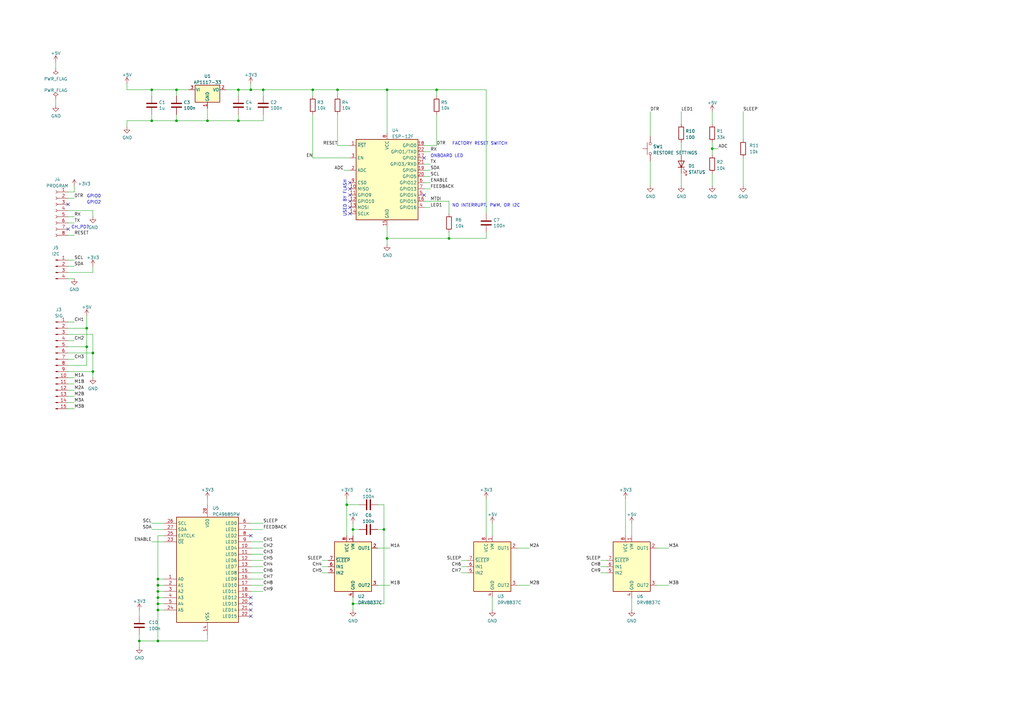
<source format=kicad_sch>
(kicad_sch (version 20211123) (generator eeschema)

  (uuid 3b838d52-596d-4e4d-a6ac-e4c8e7621137)

  (paper "A3")

  (lib_symbols
    (symbol "Connector:Conn_01x04_Male" (pin_names (offset 1.016) hide) (in_bom yes) (on_board yes)
      (property "Reference" "J" (id 0) (at 0 5.08 0)
        (effects (font (size 1.27 1.27)))
      )
      (property "Value" "Conn_01x04_Male" (id 1) (at 0 -7.62 0)
        (effects (font (size 1.27 1.27)))
      )
      (property "Footprint" "" (id 2) (at 0 0 0)
        (effects (font (size 1.27 1.27)) hide)
      )
      (property "Datasheet" "~" (id 3) (at 0 0 0)
        (effects (font (size 1.27 1.27)) hide)
      )
      (property "ki_keywords" "connector" (id 4) (at 0 0 0)
        (effects (font (size 1.27 1.27)) hide)
      )
      (property "ki_description" "Generic connector, single row, 01x04, script generated (kicad-library-utils/schlib/autogen/connector/)" (id 5) (at 0 0 0)
        (effects (font (size 1.27 1.27)) hide)
      )
      (property "ki_fp_filters" "Connector*:*_1x??_*" (id 6) (at 0 0 0)
        (effects (font (size 1.27 1.27)) hide)
      )
      (symbol "Conn_01x04_Male_1_1"
        (polyline
          (pts
            (xy 1.27 -5.08)
            (xy 0.8636 -5.08)
          )
          (stroke (width 0.1524) (type default) (color 0 0 0 0))
          (fill (type none))
        )
        (polyline
          (pts
            (xy 1.27 -2.54)
            (xy 0.8636 -2.54)
          )
          (stroke (width 0.1524) (type default) (color 0 0 0 0))
          (fill (type none))
        )
        (polyline
          (pts
            (xy 1.27 0)
            (xy 0.8636 0)
          )
          (stroke (width 0.1524) (type default) (color 0 0 0 0))
          (fill (type none))
        )
        (polyline
          (pts
            (xy 1.27 2.54)
            (xy 0.8636 2.54)
          )
          (stroke (width 0.1524) (type default) (color 0 0 0 0))
          (fill (type none))
        )
        (rectangle (start 0.8636 -4.953) (end 0 -5.207)
          (stroke (width 0.1524) (type default) (color 0 0 0 0))
          (fill (type outline))
        )
        (rectangle (start 0.8636 -2.413) (end 0 -2.667)
          (stroke (width 0.1524) (type default) (color 0 0 0 0))
          (fill (type outline))
        )
        (rectangle (start 0.8636 0.127) (end 0 -0.127)
          (stroke (width 0.1524) (type default) (color 0 0 0 0))
          (fill (type outline))
        )
        (rectangle (start 0.8636 2.667) (end 0 2.413)
          (stroke (width 0.1524) (type default) (color 0 0 0 0))
          (fill (type outline))
        )
        (pin passive line (at 5.08 2.54 180) (length 3.81)
          (name "Pin_1" (effects (font (size 1.27 1.27))))
          (number "1" (effects (font (size 1.27 1.27))))
        )
        (pin passive line (at 5.08 0 180) (length 3.81)
          (name "Pin_2" (effects (font (size 1.27 1.27))))
          (number "2" (effects (font (size 1.27 1.27))))
        )
        (pin passive line (at 5.08 -2.54 180) (length 3.81)
          (name "Pin_3" (effects (font (size 1.27 1.27))))
          (number "3" (effects (font (size 1.27 1.27))))
        )
        (pin passive line (at 5.08 -5.08 180) (length 3.81)
          (name "Pin_4" (effects (font (size 1.27 1.27))))
          (number "4" (effects (font (size 1.27 1.27))))
        )
      )
    )
    (symbol "Connector:Conn_01x08_Female" (pin_names (offset 1.016) hide) (in_bom yes) (on_board yes)
      (property "Reference" "J" (id 0) (at 0 10.16 0)
        (effects (font (size 1.27 1.27)))
      )
      (property "Value" "Conn_01x08_Female" (id 1) (at 0 -12.7 0)
        (effects (font (size 1.27 1.27)))
      )
      (property "Footprint" "" (id 2) (at 0 0 0)
        (effects (font (size 1.27 1.27)) hide)
      )
      (property "Datasheet" "~" (id 3) (at 0 0 0)
        (effects (font (size 1.27 1.27)) hide)
      )
      (property "ki_keywords" "connector" (id 4) (at 0 0 0)
        (effects (font (size 1.27 1.27)) hide)
      )
      (property "ki_description" "Generic connector, single row, 01x08, script generated (kicad-library-utils/schlib/autogen/connector/)" (id 5) (at 0 0 0)
        (effects (font (size 1.27 1.27)) hide)
      )
      (property "ki_fp_filters" "Connector*:*_1x??_*" (id 6) (at 0 0 0)
        (effects (font (size 1.27 1.27)) hide)
      )
      (symbol "Conn_01x08_Female_1_1"
        (arc (start 0 -9.652) (mid -0.508 -10.16) (end 0 -10.668)
          (stroke (width 0.1524) (type default) (color 0 0 0 0))
          (fill (type none))
        )
        (arc (start 0 -7.112) (mid -0.508 -7.62) (end 0 -8.128)
          (stroke (width 0.1524) (type default) (color 0 0 0 0))
          (fill (type none))
        )
        (arc (start 0 -4.572) (mid -0.508 -5.08) (end 0 -5.588)
          (stroke (width 0.1524) (type default) (color 0 0 0 0))
          (fill (type none))
        )
        (arc (start 0 -2.032) (mid -0.508 -2.54) (end 0 -3.048)
          (stroke (width 0.1524) (type default) (color 0 0 0 0))
          (fill (type none))
        )
        (polyline
          (pts
            (xy -1.27 -10.16)
            (xy -0.508 -10.16)
          )
          (stroke (width 0.1524) (type default) (color 0 0 0 0))
          (fill (type none))
        )
        (polyline
          (pts
            (xy -1.27 -7.62)
            (xy -0.508 -7.62)
          )
          (stroke (width 0.1524) (type default) (color 0 0 0 0))
          (fill (type none))
        )
        (polyline
          (pts
            (xy -1.27 -5.08)
            (xy -0.508 -5.08)
          )
          (stroke (width 0.1524) (type default) (color 0 0 0 0))
          (fill (type none))
        )
        (polyline
          (pts
            (xy -1.27 -2.54)
            (xy -0.508 -2.54)
          )
          (stroke (width 0.1524) (type default) (color 0 0 0 0))
          (fill (type none))
        )
        (polyline
          (pts
            (xy -1.27 0)
            (xy -0.508 0)
          )
          (stroke (width 0.1524) (type default) (color 0 0 0 0))
          (fill (type none))
        )
        (polyline
          (pts
            (xy -1.27 2.54)
            (xy -0.508 2.54)
          )
          (stroke (width 0.1524) (type default) (color 0 0 0 0))
          (fill (type none))
        )
        (polyline
          (pts
            (xy -1.27 5.08)
            (xy -0.508 5.08)
          )
          (stroke (width 0.1524) (type default) (color 0 0 0 0))
          (fill (type none))
        )
        (polyline
          (pts
            (xy -1.27 7.62)
            (xy -0.508 7.62)
          )
          (stroke (width 0.1524) (type default) (color 0 0 0 0))
          (fill (type none))
        )
        (arc (start 0 0.508) (mid -0.508 0) (end 0 -0.508)
          (stroke (width 0.1524) (type default) (color 0 0 0 0))
          (fill (type none))
        )
        (arc (start 0 3.048) (mid -0.508 2.54) (end 0 2.032)
          (stroke (width 0.1524) (type default) (color 0 0 0 0))
          (fill (type none))
        )
        (arc (start 0 5.588) (mid -0.508 5.08) (end 0 4.572)
          (stroke (width 0.1524) (type default) (color 0 0 0 0))
          (fill (type none))
        )
        (arc (start 0 8.128) (mid -0.508 7.62) (end 0 7.112)
          (stroke (width 0.1524) (type default) (color 0 0 0 0))
          (fill (type none))
        )
        (pin passive line (at -5.08 7.62 0) (length 3.81)
          (name "Pin_1" (effects (font (size 1.27 1.27))))
          (number "1" (effects (font (size 1.27 1.27))))
        )
        (pin passive line (at -5.08 5.08 0) (length 3.81)
          (name "Pin_2" (effects (font (size 1.27 1.27))))
          (number "2" (effects (font (size 1.27 1.27))))
        )
        (pin passive line (at -5.08 2.54 0) (length 3.81)
          (name "Pin_3" (effects (font (size 1.27 1.27))))
          (number "3" (effects (font (size 1.27 1.27))))
        )
        (pin passive line (at -5.08 0 0) (length 3.81)
          (name "Pin_4" (effects (font (size 1.27 1.27))))
          (number "4" (effects (font (size 1.27 1.27))))
        )
        (pin passive line (at -5.08 -2.54 0) (length 3.81)
          (name "Pin_5" (effects (font (size 1.27 1.27))))
          (number "5" (effects (font (size 1.27 1.27))))
        )
        (pin passive line (at -5.08 -5.08 0) (length 3.81)
          (name "Pin_6" (effects (font (size 1.27 1.27))))
          (number "6" (effects (font (size 1.27 1.27))))
        )
        (pin passive line (at -5.08 -7.62 0) (length 3.81)
          (name "Pin_7" (effects (font (size 1.27 1.27))))
          (number "7" (effects (font (size 1.27 1.27))))
        )
        (pin passive line (at -5.08 -10.16 0) (length 3.81)
          (name "Pin_8" (effects (font (size 1.27 1.27))))
          (number "8" (effects (font (size 1.27 1.27))))
        )
      )
    )
    (symbol "Connector:Conn_01x15_Male" (pin_names (offset 1.016) hide) (in_bom yes) (on_board yes)
      (property "Reference" "J" (id 0) (at 0 20.32 0)
        (effects (font (size 1.27 1.27)))
      )
      (property "Value" "Conn_01x15_Male" (id 1) (at 0 -20.32 0)
        (effects (font (size 1.27 1.27)))
      )
      (property "Footprint" "" (id 2) (at 0 0 0)
        (effects (font (size 1.27 1.27)) hide)
      )
      (property "Datasheet" "~" (id 3) (at 0 0 0)
        (effects (font (size 1.27 1.27)) hide)
      )
      (property "ki_keywords" "connector" (id 4) (at 0 0 0)
        (effects (font (size 1.27 1.27)) hide)
      )
      (property "ki_description" "Generic connector, single row, 01x15, script generated (kicad-library-utils/schlib/autogen/connector/)" (id 5) (at 0 0 0)
        (effects (font (size 1.27 1.27)) hide)
      )
      (property "ki_fp_filters" "Connector*:*_1x??_*" (id 6) (at 0 0 0)
        (effects (font (size 1.27 1.27)) hide)
      )
      (symbol "Conn_01x15_Male_1_1"
        (polyline
          (pts
            (xy 1.27 -17.78)
            (xy 0.8636 -17.78)
          )
          (stroke (width 0.1524) (type default) (color 0 0 0 0))
          (fill (type none))
        )
        (polyline
          (pts
            (xy 1.27 -15.24)
            (xy 0.8636 -15.24)
          )
          (stroke (width 0.1524) (type default) (color 0 0 0 0))
          (fill (type none))
        )
        (polyline
          (pts
            (xy 1.27 -12.7)
            (xy 0.8636 -12.7)
          )
          (stroke (width 0.1524) (type default) (color 0 0 0 0))
          (fill (type none))
        )
        (polyline
          (pts
            (xy 1.27 -10.16)
            (xy 0.8636 -10.16)
          )
          (stroke (width 0.1524) (type default) (color 0 0 0 0))
          (fill (type none))
        )
        (polyline
          (pts
            (xy 1.27 -7.62)
            (xy 0.8636 -7.62)
          )
          (stroke (width 0.1524) (type default) (color 0 0 0 0))
          (fill (type none))
        )
        (polyline
          (pts
            (xy 1.27 -5.08)
            (xy 0.8636 -5.08)
          )
          (stroke (width 0.1524) (type default) (color 0 0 0 0))
          (fill (type none))
        )
        (polyline
          (pts
            (xy 1.27 -2.54)
            (xy 0.8636 -2.54)
          )
          (stroke (width 0.1524) (type default) (color 0 0 0 0))
          (fill (type none))
        )
        (polyline
          (pts
            (xy 1.27 0)
            (xy 0.8636 0)
          )
          (stroke (width 0.1524) (type default) (color 0 0 0 0))
          (fill (type none))
        )
        (polyline
          (pts
            (xy 1.27 2.54)
            (xy 0.8636 2.54)
          )
          (stroke (width 0.1524) (type default) (color 0 0 0 0))
          (fill (type none))
        )
        (polyline
          (pts
            (xy 1.27 5.08)
            (xy 0.8636 5.08)
          )
          (stroke (width 0.1524) (type default) (color 0 0 0 0))
          (fill (type none))
        )
        (polyline
          (pts
            (xy 1.27 7.62)
            (xy 0.8636 7.62)
          )
          (stroke (width 0.1524) (type default) (color 0 0 0 0))
          (fill (type none))
        )
        (polyline
          (pts
            (xy 1.27 10.16)
            (xy 0.8636 10.16)
          )
          (stroke (width 0.1524) (type default) (color 0 0 0 0))
          (fill (type none))
        )
        (polyline
          (pts
            (xy 1.27 12.7)
            (xy 0.8636 12.7)
          )
          (stroke (width 0.1524) (type default) (color 0 0 0 0))
          (fill (type none))
        )
        (polyline
          (pts
            (xy 1.27 15.24)
            (xy 0.8636 15.24)
          )
          (stroke (width 0.1524) (type default) (color 0 0 0 0))
          (fill (type none))
        )
        (polyline
          (pts
            (xy 1.27 17.78)
            (xy 0.8636 17.78)
          )
          (stroke (width 0.1524) (type default) (color 0 0 0 0))
          (fill (type none))
        )
        (rectangle (start 0.8636 -17.653) (end 0 -17.907)
          (stroke (width 0.1524) (type default) (color 0 0 0 0))
          (fill (type outline))
        )
        (rectangle (start 0.8636 -15.113) (end 0 -15.367)
          (stroke (width 0.1524) (type default) (color 0 0 0 0))
          (fill (type outline))
        )
        (rectangle (start 0.8636 -12.573) (end 0 -12.827)
          (stroke (width 0.1524) (type default) (color 0 0 0 0))
          (fill (type outline))
        )
        (rectangle (start 0.8636 -10.033) (end 0 -10.287)
          (stroke (width 0.1524) (type default) (color 0 0 0 0))
          (fill (type outline))
        )
        (rectangle (start 0.8636 -7.493) (end 0 -7.747)
          (stroke (width 0.1524) (type default) (color 0 0 0 0))
          (fill (type outline))
        )
        (rectangle (start 0.8636 -4.953) (end 0 -5.207)
          (stroke (width 0.1524) (type default) (color 0 0 0 0))
          (fill (type outline))
        )
        (rectangle (start 0.8636 -2.413) (end 0 -2.667)
          (stroke (width 0.1524) (type default) (color 0 0 0 0))
          (fill (type outline))
        )
        (rectangle (start 0.8636 0.127) (end 0 -0.127)
          (stroke (width 0.1524) (type default) (color 0 0 0 0))
          (fill (type outline))
        )
        (rectangle (start 0.8636 2.667) (end 0 2.413)
          (stroke (width 0.1524) (type default) (color 0 0 0 0))
          (fill (type outline))
        )
        (rectangle (start 0.8636 5.207) (end 0 4.953)
          (stroke (width 0.1524) (type default) (color 0 0 0 0))
          (fill (type outline))
        )
        (rectangle (start 0.8636 7.747) (end 0 7.493)
          (stroke (width 0.1524) (type default) (color 0 0 0 0))
          (fill (type outline))
        )
        (rectangle (start 0.8636 10.287) (end 0 10.033)
          (stroke (width 0.1524) (type default) (color 0 0 0 0))
          (fill (type outline))
        )
        (rectangle (start 0.8636 12.827) (end 0 12.573)
          (stroke (width 0.1524) (type default) (color 0 0 0 0))
          (fill (type outline))
        )
        (rectangle (start 0.8636 15.367) (end 0 15.113)
          (stroke (width 0.1524) (type default) (color 0 0 0 0))
          (fill (type outline))
        )
        (rectangle (start 0.8636 17.907) (end 0 17.653)
          (stroke (width 0.1524) (type default) (color 0 0 0 0))
          (fill (type outline))
        )
        (pin passive line (at 5.08 17.78 180) (length 3.81)
          (name "Pin_1" (effects (font (size 1.27 1.27))))
          (number "1" (effects (font (size 1.27 1.27))))
        )
        (pin passive line (at 5.08 -5.08 180) (length 3.81)
          (name "Pin_10" (effects (font (size 1.27 1.27))))
          (number "10" (effects (font (size 1.27 1.27))))
        )
        (pin passive line (at 5.08 -7.62 180) (length 3.81)
          (name "Pin_11" (effects (font (size 1.27 1.27))))
          (number "11" (effects (font (size 1.27 1.27))))
        )
        (pin passive line (at 5.08 -10.16 180) (length 3.81)
          (name "Pin_12" (effects (font (size 1.27 1.27))))
          (number "12" (effects (font (size 1.27 1.27))))
        )
        (pin passive line (at 5.08 -12.7 180) (length 3.81)
          (name "Pin_13" (effects (font (size 1.27 1.27))))
          (number "13" (effects (font (size 1.27 1.27))))
        )
        (pin passive line (at 5.08 -15.24 180) (length 3.81)
          (name "Pin_14" (effects (font (size 1.27 1.27))))
          (number "14" (effects (font (size 1.27 1.27))))
        )
        (pin passive line (at 5.08 -17.78 180) (length 3.81)
          (name "Pin_15" (effects (font (size 1.27 1.27))))
          (number "15" (effects (font (size 1.27 1.27))))
        )
        (pin passive line (at 5.08 15.24 180) (length 3.81)
          (name "Pin_2" (effects (font (size 1.27 1.27))))
          (number "2" (effects (font (size 1.27 1.27))))
        )
        (pin passive line (at 5.08 12.7 180) (length 3.81)
          (name "Pin_3" (effects (font (size 1.27 1.27))))
          (number "3" (effects (font (size 1.27 1.27))))
        )
        (pin passive line (at 5.08 10.16 180) (length 3.81)
          (name "Pin_4" (effects (font (size 1.27 1.27))))
          (number "4" (effects (font (size 1.27 1.27))))
        )
        (pin passive line (at 5.08 7.62 180) (length 3.81)
          (name "Pin_5" (effects (font (size 1.27 1.27))))
          (number "5" (effects (font (size 1.27 1.27))))
        )
        (pin passive line (at 5.08 5.08 180) (length 3.81)
          (name "Pin_6" (effects (font (size 1.27 1.27))))
          (number "6" (effects (font (size 1.27 1.27))))
        )
        (pin passive line (at 5.08 2.54 180) (length 3.81)
          (name "Pin_7" (effects (font (size 1.27 1.27))))
          (number "7" (effects (font (size 1.27 1.27))))
        )
        (pin passive line (at 5.08 0 180) (length 3.81)
          (name "Pin_8" (effects (font (size 1.27 1.27))))
          (number "8" (effects (font (size 1.27 1.27))))
        )
        (pin passive line (at 5.08 -2.54 180) (length 3.81)
          (name "Pin_9" (effects (font (size 1.27 1.27))))
          (number "9" (effects (font (size 1.27 1.27))))
        )
      )
    )
    (symbol "Device:C" (pin_numbers hide) (pin_names (offset 0.254)) (in_bom yes) (on_board yes)
      (property "Reference" "C" (id 0) (at 0.635 2.54 0)
        (effects (font (size 1.27 1.27)) (justify left))
      )
      (property "Value" "C" (id 1) (at 0.635 -2.54 0)
        (effects (font (size 1.27 1.27)) (justify left))
      )
      (property "Footprint" "" (id 2) (at 0.9652 -3.81 0)
        (effects (font (size 1.27 1.27)) hide)
      )
      (property "Datasheet" "~" (id 3) (at 0 0 0)
        (effects (font (size 1.27 1.27)) hide)
      )
      (property "ki_keywords" "cap capacitor" (id 4) (at 0 0 0)
        (effects (font (size 1.27 1.27)) hide)
      )
      (property "ki_description" "Unpolarized capacitor" (id 5) (at 0 0 0)
        (effects (font (size 1.27 1.27)) hide)
      )
      (property "ki_fp_filters" "C_*" (id 6) (at 0 0 0)
        (effects (font (size 1.27 1.27)) hide)
      )
      (symbol "C_0_1"
        (polyline
          (pts
            (xy -2.032 -0.762)
            (xy 2.032 -0.762)
          )
          (stroke (width 0.508) (type default) (color 0 0 0 0))
          (fill (type none))
        )
        (polyline
          (pts
            (xy -2.032 0.762)
            (xy 2.032 0.762)
          )
          (stroke (width 0.508) (type default) (color 0 0 0 0))
          (fill (type none))
        )
      )
      (symbol "C_1_1"
        (pin passive line (at 0 3.81 270) (length 2.794)
          (name "~" (effects (font (size 1.27 1.27))))
          (number "1" (effects (font (size 1.27 1.27))))
        )
        (pin passive line (at 0 -3.81 90) (length 2.794)
          (name "~" (effects (font (size 1.27 1.27))))
          (number "2" (effects (font (size 1.27 1.27))))
        )
      )
    )
    (symbol "Device:LED" (pin_numbers hide) (pin_names (offset 1.016) hide) (in_bom yes) (on_board yes)
      (property "Reference" "D" (id 0) (at 0 2.54 0)
        (effects (font (size 1.27 1.27)))
      )
      (property "Value" "LED" (id 1) (at 0 -2.54 0)
        (effects (font (size 1.27 1.27)))
      )
      (property "Footprint" "" (id 2) (at 0 0 0)
        (effects (font (size 1.27 1.27)) hide)
      )
      (property "Datasheet" "~" (id 3) (at 0 0 0)
        (effects (font (size 1.27 1.27)) hide)
      )
      (property "ki_keywords" "LED diode" (id 4) (at 0 0 0)
        (effects (font (size 1.27 1.27)) hide)
      )
      (property "ki_description" "Light emitting diode" (id 5) (at 0 0 0)
        (effects (font (size 1.27 1.27)) hide)
      )
      (property "ki_fp_filters" "LED* LED_SMD:* LED_THT:*" (id 6) (at 0 0 0)
        (effects (font (size 1.27 1.27)) hide)
      )
      (symbol "LED_0_1"
        (polyline
          (pts
            (xy -1.27 -1.27)
            (xy -1.27 1.27)
          )
          (stroke (width 0.254) (type default) (color 0 0 0 0))
          (fill (type none))
        )
        (polyline
          (pts
            (xy -1.27 0)
            (xy 1.27 0)
          )
          (stroke (width 0) (type default) (color 0 0 0 0))
          (fill (type none))
        )
        (polyline
          (pts
            (xy 1.27 -1.27)
            (xy 1.27 1.27)
            (xy -1.27 0)
            (xy 1.27 -1.27)
          )
          (stroke (width 0.254) (type default) (color 0 0 0 0))
          (fill (type none))
        )
        (polyline
          (pts
            (xy -3.048 -0.762)
            (xy -4.572 -2.286)
            (xy -3.81 -2.286)
            (xy -4.572 -2.286)
            (xy -4.572 -1.524)
          )
          (stroke (width 0) (type default) (color 0 0 0 0))
          (fill (type none))
        )
        (polyline
          (pts
            (xy -1.778 -0.762)
            (xy -3.302 -2.286)
            (xy -2.54 -2.286)
            (xy -3.302 -2.286)
            (xy -3.302 -1.524)
          )
          (stroke (width 0) (type default) (color 0 0 0 0))
          (fill (type none))
        )
      )
      (symbol "LED_1_1"
        (pin passive line (at -3.81 0 0) (length 2.54)
          (name "K" (effects (font (size 1.27 1.27))))
          (number "1" (effects (font (size 1.27 1.27))))
        )
        (pin passive line (at 3.81 0 180) (length 2.54)
          (name "A" (effects (font (size 1.27 1.27))))
          (number "2" (effects (font (size 1.27 1.27))))
        )
      )
    )
    (symbol "Device:R" (pin_numbers hide) (pin_names (offset 0)) (in_bom yes) (on_board yes)
      (property "Reference" "R" (id 0) (at 2.032 0 90)
        (effects (font (size 1.27 1.27)))
      )
      (property "Value" "R" (id 1) (at 0 0 90)
        (effects (font (size 1.27 1.27)))
      )
      (property "Footprint" "" (id 2) (at -1.778 0 90)
        (effects (font (size 1.27 1.27)) hide)
      )
      (property "Datasheet" "~" (id 3) (at 0 0 0)
        (effects (font (size 1.27 1.27)) hide)
      )
      (property "ki_keywords" "R res resistor" (id 4) (at 0 0 0)
        (effects (font (size 1.27 1.27)) hide)
      )
      (property "ki_description" "Resistor" (id 5) (at 0 0 0)
        (effects (font (size 1.27 1.27)) hide)
      )
      (property "ki_fp_filters" "R_*" (id 6) (at 0 0 0)
        (effects (font (size 1.27 1.27)) hide)
      )
      (symbol "R_0_1"
        (rectangle (start -1.016 -2.54) (end 1.016 2.54)
          (stroke (width 0.254) (type default) (color 0 0 0 0))
          (fill (type none))
        )
      )
      (symbol "R_1_1"
        (pin passive line (at 0 3.81 270) (length 1.27)
          (name "~" (effects (font (size 1.27 1.27))))
          (number "1" (effects (font (size 1.27 1.27))))
        )
        (pin passive line (at 0 -3.81 90) (length 1.27)
          (name "~" (effects (font (size 1.27 1.27))))
          (number "2" (effects (font (size 1.27 1.27))))
        )
      )
    )
    (symbol "Driver_LED:PCA9685PW" (in_bom yes) (on_board yes)
      (property "Reference" "U" (id 0) (at -12.7 22.225 0)
        (effects (font (size 1.27 1.27)) (justify left))
      )
      (property "Value" "PCA9685PW" (id 1) (at 1.27 22.225 0)
        (effects (font (size 1.27 1.27)) (justify left))
      )
      (property "Footprint" "Package_SO:TSSOP-28_4.4x9.7mm_P0.65mm" (id 2) (at 0.635 -24.765 0)
        (effects (font (size 1.27 1.27)) (justify left) hide)
      )
      (property "Datasheet" "http://www.nxp.com/documents/data_sheet/PCA9685.pdf" (id 3) (at -10.16 17.78 0)
        (effects (font (size 1.27 1.27)) hide)
      )
      (property "ki_keywords" "PWM LED driver I2C TSSOP" (id 4) (at 0 0 0)
        (effects (font (size 1.27 1.27)) hide)
      )
      (property "ki_description" "16-channel 12-bit PWM Fm+ I2C-bus LED controller RGBA TSSOP" (id 5) (at 0 0 0)
        (effects (font (size 1.27 1.27)) hide)
      )
      (property "ki_fp_filters" "TSSOP*4.4x9.7mm*P0.65mm*" (id 6) (at 0 0 0)
        (effects (font (size 1.27 1.27)) hide)
      )
      (symbol "PCA9685PW_0_1"
        (rectangle (start -12.7 20.32) (end 12.7 -22.86)
          (stroke (width 0.254) (type default) (color 0 0 0 0))
          (fill (type background))
        )
      )
      (symbol "PCA9685PW_1_1"
        (pin input line (at -17.78 -5.08 0) (length 5.08)
          (name "A0" (effects (font (size 1.27 1.27))))
          (number "1" (effects (font (size 1.27 1.27))))
        )
        (pin output line (at 17.78 7.62 180) (length 5.08)
          (name "LED4" (effects (font (size 1.27 1.27))))
          (number "10" (effects (font (size 1.27 1.27))))
        )
        (pin output line (at 17.78 5.08 180) (length 5.08)
          (name "LED5" (effects (font (size 1.27 1.27))))
          (number "11" (effects (font (size 1.27 1.27))))
        )
        (pin output line (at 17.78 2.54 180) (length 5.08)
          (name "LED6" (effects (font (size 1.27 1.27))))
          (number "12" (effects (font (size 1.27 1.27))))
        )
        (pin output line (at 17.78 0 180) (length 5.08)
          (name "LED7" (effects (font (size 1.27 1.27))))
          (number "13" (effects (font (size 1.27 1.27))))
        )
        (pin power_in line (at 0 -27.94 90) (length 5.08)
          (name "VSS" (effects (font (size 1.27 1.27))))
          (number "14" (effects (font (size 1.27 1.27))))
        )
        (pin output line (at 17.78 -2.54 180) (length 5.08)
          (name "LED8" (effects (font (size 1.27 1.27))))
          (number "15" (effects (font (size 1.27 1.27))))
        )
        (pin output line (at 17.78 -5.08 180) (length 5.08)
          (name "LED9" (effects (font (size 1.27 1.27))))
          (number "16" (effects (font (size 1.27 1.27))))
        )
        (pin output line (at 17.78 -7.62 180) (length 5.08)
          (name "LED10" (effects (font (size 1.27 1.27))))
          (number "17" (effects (font (size 1.27 1.27))))
        )
        (pin output line (at 17.78 -10.16 180) (length 5.08)
          (name "LED11" (effects (font (size 1.27 1.27))))
          (number "18" (effects (font (size 1.27 1.27))))
        )
        (pin output line (at 17.78 -12.7 180) (length 5.08)
          (name "LED12" (effects (font (size 1.27 1.27))))
          (number "19" (effects (font (size 1.27 1.27))))
        )
        (pin input line (at -17.78 -7.62 0) (length 5.08)
          (name "A1" (effects (font (size 1.27 1.27))))
          (number "2" (effects (font (size 1.27 1.27))))
        )
        (pin output line (at 17.78 -15.24 180) (length 5.08)
          (name "LED13" (effects (font (size 1.27 1.27))))
          (number "20" (effects (font (size 1.27 1.27))))
        )
        (pin output line (at 17.78 -17.78 180) (length 5.08)
          (name "LED14" (effects (font (size 1.27 1.27))))
          (number "21" (effects (font (size 1.27 1.27))))
        )
        (pin output line (at 17.78 -20.32 180) (length 5.08)
          (name "LED15" (effects (font (size 1.27 1.27))))
          (number "22" (effects (font (size 1.27 1.27))))
        )
        (pin input line (at -17.78 10.16 0) (length 5.08)
          (name "~{OE}" (effects (font (size 1.27 1.27))))
          (number "23" (effects (font (size 1.27 1.27))))
        )
        (pin input line (at -17.78 -17.78 0) (length 5.08)
          (name "A5" (effects (font (size 1.27 1.27))))
          (number "24" (effects (font (size 1.27 1.27))))
        )
        (pin input line (at -17.78 12.7 0) (length 5.08)
          (name "EXTCLK" (effects (font (size 1.27 1.27))))
          (number "25" (effects (font (size 1.27 1.27))))
        )
        (pin input line (at -17.78 17.78 0) (length 5.08)
          (name "SCL" (effects (font (size 1.27 1.27))))
          (number "26" (effects (font (size 1.27 1.27))))
        )
        (pin bidirectional line (at -17.78 15.24 0) (length 5.08)
          (name "SDA" (effects (font (size 1.27 1.27))))
          (number "27" (effects (font (size 1.27 1.27))))
        )
        (pin power_in line (at 0 25.4 270) (length 5.08)
          (name "VDD" (effects (font (size 1.27 1.27))))
          (number "28" (effects (font (size 1.27 1.27))))
        )
        (pin input line (at -17.78 -10.16 0) (length 5.08)
          (name "A2" (effects (font (size 1.27 1.27))))
          (number "3" (effects (font (size 1.27 1.27))))
        )
        (pin input line (at -17.78 -12.7 0) (length 5.08)
          (name "A3" (effects (font (size 1.27 1.27))))
          (number "4" (effects (font (size 1.27 1.27))))
        )
        (pin input line (at -17.78 -15.24 0) (length 5.08)
          (name "A4" (effects (font (size 1.27 1.27))))
          (number "5" (effects (font (size 1.27 1.27))))
        )
        (pin output line (at 17.78 17.78 180) (length 5.08)
          (name "LED0" (effects (font (size 1.27 1.27))))
          (number "6" (effects (font (size 1.27 1.27))))
        )
        (pin output line (at 17.78 15.24 180) (length 5.08)
          (name "LED1" (effects (font (size 1.27 1.27))))
          (number "7" (effects (font (size 1.27 1.27))))
        )
        (pin output line (at 17.78 12.7 180) (length 5.08)
          (name "LED2" (effects (font (size 1.27 1.27))))
          (number "8" (effects (font (size 1.27 1.27))))
        )
        (pin output line (at 17.78 10.16 180) (length 5.08)
          (name "LED3" (effects (font (size 1.27 1.27))))
          (number "9" (effects (font (size 1.27 1.27))))
        )
      )
    )
    (symbol "Driver_Motor:DRV8837C" (in_bom yes) (on_board yes)
      (property "Reference" "U" (id 0) (at 6.35 11.43 0)
        (effects (font (size 1.27 1.27)))
      )
      (property "Value" "DRV8837C" (id 1) (at -10.16 11.43 0)
        (effects (font (size 1.27 1.27)))
      )
      (property "Footprint" "Package_SON:WSON-8-1EP_2x2mm_P0.5mm_EP0.9x1.6mm" (id 2) (at 0 -21.59 0)
        (effects (font (size 1.27 1.27)) hide)
      )
      (property "Datasheet" "http://www.ti.com/lit/ds/symlink/drv8837c.pdf" (id 3) (at 0 0 0)
        (effects (font (size 1.27 1.27)) hide)
      )
      (property "ki_keywords" "half bridge driver" (id 4) (at 0 0 0)
        (effects (font (size 1.27 1.27)) hide)
      )
      (property "ki_description" "H-Bridge driver, 1A, Low Voltage, PWM input, WSON-8" (id 5) (at 0 0 0)
        (effects (font (size 1.27 1.27)) hide)
      )
      (property "ki_fp_filters" "WSON*1EP*2x2mm*P0.5mm*" (id 6) (at 0 0 0)
        (effects (font (size 1.27 1.27)) hide)
      )
      (symbol "DRV8837C_0_1"
        (rectangle (start -7.62 10.16) (end 7.62 -10.16)
          (stroke (width 0.254) (type default) (color 0 0 0 0))
          (fill (type background))
        )
      )
      (symbol "DRV8837C_1_1"
        (pin power_in line (at 0 12.7 270) (length 2.54)
          (name "VM" (effects (font (size 1.27 1.27))))
          (number "1" (effects (font (size 1.27 1.27))))
        )
        (pin output line (at 10.16 7.62 180) (length 2.54)
          (name "OUT1" (effects (font (size 1.27 1.27))))
          (number "2" (effects (font (size 1.27 1.27))))
        )
        (pin output line (at 10.16 -7.62 180) (length 2.54)
          (name "OUT2" (effects (font (size 1.27 1.27))))
          (number "3" (effects (font (size 1.27 1.27))))
        )
        (pin power_in line (at 0 -12.7 90) (length 2.54)
          (name "GND" (effects (font (size 1.27 1.27))))
          (number "4" (effects (font (size 1.27 1.27))))
        )
        (pin input line (at -10.16 -2.54 0) (length 2.54)
          (name "IN2" (effects (font (size 1.27 1.27))))
          (number "5" (effects (font (size 1.27 1.27))))
        )
        (pin input line (at -10.16 0 0) (length 2.54)
          (name "IN1" (effects (font (size 1.27 1.27))))
          (number "6" (effects (font (size 1.27 1.27))))
        )
        (pin input line (at -10.16 2.54 0) (length 2.54)
          (name "~{SLEEP}" (effects (font (size 1.27 1.27))))
          (number "7" (effects (font (size 1.27 1.27))))
        )
        (pin power_in line (at -2.54 12.7 270) (length 2.54)
          (name "VCC" (effects (font (size 1.27 1.27))))
          (number "8" (effects (font (size 1.27 1.27))))
        )
        (pin passive line (at 0 -12.7 90) (length 2.54) hide
          (name "GND" (effects (font (size 1.27 1.27))))
          (number "9" (effects (font (size 1.27 1.27))))
        )
      )
    )
    (symbol "RF_Module:ESP-12F" (in_bom yes) (on_board yes)
      (property "Reference" "U" (id 0) (at -12.7 19.05 0)
        (effects (font (size 1.27 1.27)) (justify left))
      )
      (property "Value" "ESP-12F" (id 1) (at 12.7 19.05 0)
        (effects (font (size 1.27 1.27)) (justify right))
      )
      (property "Footprint" "RF_Module:ESP-12E" (id 2) (at 0 0 0)
        (effects (font (size 1.27 1.27)) hide)
      )
      (property "Datasheet" "http://wiki.ai-thinker.com/_media/esp8266/esp8266_series_modules_user_manual_v1.1.pdf" (id 3) (at -8.89 2.54 0)
        (effects (font (size 1.27 1.27)) hide)
      )
      (property "ki_keywords" "802.11 Wi-Fi" (id 4) (at 0 0 0)
        (effects (font (size 1.27 1.27)) hide)
      )
      (property "ki_description" "802.11 b/g/n Wi-Fi Module" (id 5) (at 0 0 0)
        (effects (font (size 1.27 1.27)) hide)
      )
      (property "ki_fp_filters" "ESP?12*" (id 6) (at 0 0 0)
        (effects (font (size 1.27 1.27)) hide)
      )
      (symbol "ESP-12F_0_1"
        (rectangle (start -12.7 17.78) (end 12.7 -15.24)
          (stroke (width 0.254) (type default) (color 0 0 0 0))
          (fill (type background))
        )
      )
      (symbol "ESP-12F_1_1"
        (pin input line (at -15.24 15.24 0) (length 2.54)
          (name "~{RST}" (effects (font (size 1.27 1.27))))
          (number "1" (effects (font (size 1.27 1.27))))
        )
        (pin bidirectional line (at -15.24 -2.54 0) (length 2.54)
          (name "MISO" (effects (font (size 1.27 1.27))))
          (number "10" (effects (font (size 1.27 1.27))))
        )
        (pin bidirectional line (at -15.24 -5.08 0) (length 2.54)
          (name "GPIO9" (effects (font (size 1.27 1.27))))
          (number "11" (effects (font (size 1.27 1.27))))
        )
        (pin bidirectional line (at -15.24 -7.62 0) (length 2.54)
          (name "GPIO10" (effects (font (size 1.27 1.27))))
          (number "12" (effects (font (size 1.27 1.27))))
        )
        (pin bidirectional line (at -15.24 -10.16 0) (length 2.54)
          (name "MOSI" (effects (font (size 1.27 1.27))))
          (number "13" (effects (font (size 1.27 1.27))))
        )
        (pin bidirectional line (at -15.24 -12.7 0) (length 2.54)
          (name "SCLK" (effects (font (size 1.27 1.27))))
          (number "14" (effects (font (size 1.27 1.27))))
        )
        (pin power_in line (at 0 -17.78 90) (length 2.54)
          (name "GND" (effects (font (size 1.27 1.27))))
          (number "15" (effects (font (size 1.27 1.27))))
        )
        (pin bidirectional line (at 15.24 -7.62 180) (length 2.54)
          (name "GPIO15" (effects (font (size 1.27 1.27))))
          (number "16" (effects (font (size 1.27 1.27))))
        )
        (pin bidirectional line (at 15.24 10.16 180) (length 2.54)
          (name "GPIO2" (effects (font (size 1.27 1.27))))
          (number "17" (effects (font (size 1.27 1.27))))
        )
        (pin bidirectional line (at 15.24 15.24 180) (length 2.54)
          (name "GPIO0" (effects (font (size 1.27 1.27))))
          (number "18" (effects (font (size 1.27 1.27))))
        )
        (pin bidirectional line (at 15.24 5.08 180) (length 2.54)
          (name "GPIO4" (effects (font (size 1.27 1.27))))
          (number "19" (effects (font (size 1.27 1.27))))
        )
        (pin input line (at -15.24 5.08 0) (length 2.54)
          (name "ADC" (effects (font (size 1.27 1.27))))
          (number "2" (effects (font (size 1.27 1.27))))
        )
        (pin bidirectional line (at 15.24 2.54 180) (length 2.54)
          (name "GPIO5" (effects (font (size 1.27 1.27))))
          (number "20" (effects (font (size 1.27 1.27))))
        )
        (pin bidirectional line (at 15.24 7.62 180) (length 2.54)
          (name "GPIO3/RXD" (effects (font (size 1.27 1.27))))
          (number "21" (effects (font (size 1.27 1.27))))
        )
        (pin bidirectional line (at 15.24 12.7 180) (length 2.54)
          (name "GPIO1/TXD" (effects (font (size 1.27 1.27))))
          (number "22" (effects (font (size 1.27 1.27))))
        )
        (pin input line (at -15.24 10.16 0) (length 2.54)
          (name "EN" (effects (font (size 1.27 1.27))))
          (number "3" (effects (font (size 1.27 1.27))))
        )
        (pin bidirectional line (at 15.24 -10.16 180) (length 2.54)
          (name "GPIO16" (effects (font (size 1.27 1.27))))
          (number "4" (effects (font (size 1.27 1.27))))
        )
        (pin bidirectional line (at 15.24 -5.08 180) (length 2.54)
          (name "GPIO14" (effects (font (size 1.27 1.27))))
          (number "5" (effects (font (size 1.27 1.27))))
        )
        (pin bidirectional line (at 15.24 0 180) (length 2.54)
          (name "GPIO12" (effects (font (size 1.27 1.27))))
          (number "6" (effects (font (size 1.27 1.27))))
        )
        (pin bidirectional line (at 15.24 -2.54 180) (length 2.54)
          (name "GPIO13" (effects (font (size 1.27 1.27))))
          (number "7" (effects (font (size 1.27 1.27))))
        )
        (pin power_in line (at 0 20.32 270) (length 2.54)
          (name "VCC" (effects (font (size 1.27 1.27))))
          (number "8" (effects (font (size 1.27 1.27))))
        )
        (pin input line (at -15.24 0 0) (length 2.54)
          (name "CS0" (effects (font (size 1.27 1.27))))
          (number "9" (effects (font (size 1.27 1.27))))
        )
      )
    )
    (symbol "Regulator_Linear:AP1117-33" (pin_names (offset 0.254)) (in_bom yes) (on_board yes)
      (property "Reference" "U" (id 0) (at -3.81 3.175 0)
        (effects (font (size 1.27 1.27)))
      )
      (property "Value" "AP1117-33" (id 1) (at 0 3.175 0)
        (effects (font (size 1.27 1.27)) (justify left))
      )
      (property "Footprint" "Package_TO_SOT_SMD:SOT-223-3_TabPin2" (id 2) (at 0 5.08 0)
        (effects (font (size 1.27 1.27)) hide)
      )
      (property "Datasheet" "http://www.diodes.com/datasheets/AP1117.pdf" (id 3) (at 2.54 -6.35 0)
        (effects (font (size 1.27 1.27)) hide)
      )
      (property "ki_keywords" "linear regulator ldo fixed positive obsolete" (id 4) (at 0 0 0)
        (effects (font (size 1.27 1.27)) hide)
      )
      (property "ki_description" "1A Low Dropout regulator, positive, 3.3V fixed output, SOT-223" (id 5) (at 0 0 0)
        (effects (font (size 1.27 1.27)) hide)
      )
      (property "ki_fp_filters" "SOT?223*TabPin2*" (id 6) (at 0 0 0)
        (effects (font (size 1.27 1.27)) hide)
      )
      (symbol "AP1117-33_0_1"
        (rectangle (start -5.08 -5.08) (end 5.08 1.905)
          (stroke (width 0.254) (type default) (color 0 0 0 0))
          (fill (type background))
        )
      )
      (symbol "AP1117-33_1_1"
        (pin power_in line (at 0 -7.62 90) (length 2.54)
          (name "GND" (effects (font (size 1.27 1.27))))
          (number "1" (effects (font (size 1.27 1.27))))
        )
        (pin power_out line (at 7.62 0 180) (length 2.54)
          (name "VO" (effects (font (size 1.27 1.27))))
          (number "2" (effects (font (size 1.27 1.27))))
        )
        (pin power_in line (at -7.62 0 0) (length 2.54)
          (name "VI" (effects (font (size 1.27 1.27))))
          (number "3" (effects (font (size 1.27 1.27))))
        )
      )
    )
    (symbol "Switch:SW_Push" (pin_numbers hide) (pin_names (offset 1.016) hide) (in_bom yes) (on_board yes)
      (property "Reference" "SW" (id 0) (at 1.27 2.54 0)
        (effects (font (size 1.27 1.27)) (justify left))
      )
      (property "Value" "SW_Push" (id 1) (at 0 -1.524 0)
        (effects (font (size 1.27 1.27)))
      )
      (property "Footprint" "" (id 2) (at 0 5.08 0)
        (effects (font (size 1.27 1.27)) hide)
      )
      (property "Datasheet" "~" (id 3) (at 0 5.08 0)
        (effects (font (size 1.27 1.27)) hide)
      )
      (property "ki_keywords" "switch normally-open pushbutton push-button" (id 4) (at 0 0 0)
        (effects (font (size 1.27 1.27)) hide)
      )
      (property "ki_description" "Push button switch, generic, two pins" (id 5) (at 0 0 0)
        (effects (font (size 1.27 1.27)) hide)
      )
      (symbol "SW_Push_0_1"
        (circle (center -2.032 0) (radius 0.508)
          (stroke (width 0) (type default) (color 0 0 0 0))
          (fill (type none))
        )
        (polyline
          (pts
            (xy 0 1.27)
            (xy 0 3.048)
          )
          (stroke (width 0) (type default) (color 0 0 0 0))
          (fill (type none))
        )
        (polyline
          (pts
            (xy 2.54 1.27)
            (xy -2.54 1.27)
          )
          (stroke (width 0) (type default) (color 0 0 0 0))
          (fill (type none))
        )
        (circle (center 2.032 0) (radius 0.508)
          (stroke (width 0) (type default) (color 0 0 0 0))
          (fill (type none))
        )
        (pin passive line (at -5.08 0 0) (length 2.54)
          (name "1" (effects (font (size 1.27 1.27))))
          (number "1" (effects (font (size 1.27 1.27))))
        )
        (pin passive line (at 5.08 0 180) (length 2.54)
          (name "2" (effects (font (size 1.27 1.27))))
          (number "2" (effects (font (size 1.27 1.27))))
        )
      )
    )
    (symbol "power:+3V3" (power) (pin_names (offset 0)) (in_bom yes) (on_board yes)
      (property "Reference" "#PWR" (id 0) (at 0 -3.81 0)
        (effects (font (size 1.27 1.27)) hide)
      )
      (property "Value" "+3V3" (id 1) (at 0 3.556 0)
        (effects (font (size 1.27 1.27)))
      )
      (property "Footprint" "" (id 2) (at 0 0 0)
        (effects (font (size 1.27 1.27)) hide)
      )
      (property "Datasheet" "" (id 3) (at 0 0 0)
        (effects (font (size 1.27 1.27)) hide)
      )
      (property "ki_keywords" "power-flag" (id 4) (at 0 0 0)
        (effects (font (size 1.27 1.27)) hide)
      )
      (property "ki_description" "Power symbol creates a global label with name \"+3V3\"" (id 5) (at 0 0 0)
        (effects (font (size 1.27 1.27)) hide)
      )
      (symbol "+3V3_0_1"
        (polyline
          (pts
            (xy -0.762 1.27)
            (xy 0 2.54)
          )
          (stroke (width 0) (type default) (color 0 0 0 0))
          (fill (type none))
        )
        (polyline
          (pts
            (xy 0 0)
            (xy 0 2.54)
          )
          (stroke (width 0) (type default) (color 0 0 0 0))
          (fill (type none))
        )
        (polyline
          (pts
            (xy 0 2.54)
            (xy 0.762 1.27)
          )
          (stroke (width 0) (type default) (color 0 0 0 0))
          (fill (type none))
        )
      )
      (symbol "+3V3_1_1"
        (pin power_in line (at 0 0 90) (length 0) hide
          (name "+3V3" (effects (font (size 1.27 1.27))))
          (number "1" (effects (font (size 1.27 1.27))))
        )
      )
    )
    (symbol "power:+5V" (power) (pin_names (offset 0)) (in_bom yes) (on_board yes)
      (property "Reference" "#PWR" (id 0) (at 0 -3.81 0)
        (effects (font (size 1.27 1.27)) hide)
      )
      (property "Value" "+5V" (id 1) (at 0 3.556 0)
        (effects (font (size 1.27 1.27)))
      )
      (property "Footprint" "" (id 2) (at 0 0 0)
        (effects (font (size 1.27 1.27)) hide)
      )
      (property "Datasheet" "" (id 3) (at 0 0 0)
        (effects (font (size 1.27 1.27)) hide)
      )
      (property "ki_keywords" "power-flag" (id 4) (at 0 0 0)
        (effects (font (size 1.27 1.27)) hide)
      )
      (property "ki_description" "Power symbol creates a global label with name \"+5V\"" (id 5) (at 0 0 0)
        (effects (font (size 1.27 1.27)) hide)
      )
      (symbol "+5V_0_1"
        (polyline
          (pts
            (xy -0.762 1.27)
            (xy 0 2.54)
          )
          (stroke (width 0) (type default) (color 0 0 0 0))
          (fill (type none))
        )
        (polyline
          (pts
            (xy 0 0)
            (xy 0 2.54)
          )
          (stroke (width 0) (type default) (color 0 0 0 0))
          (fill (type none))
        )
        (polyline
          (pts
            (xy 0 2.54)
            (xy 0.762 1.27)
          )
          (stroke (width 0) (type default) (color 0 0 0 0))
          (fill (type none))
        )
      )
      (symbol "+5V_1_1"
        (pin power_in line (at 0 0 90) (length 0) hide
          (name "+5V" (effects (font (size 1.27 1.27))))
          (number "1" (effects (font (size 1.27 1.27))))
        )
      )
    )
    (symbol "power:GND" (power) (pin_names (offset 0)) (in_bom yes) (on_board yes)
      (property "Reference" "#PWR" (id 0) (at 0 -6.35 0)
        (effects (font (size 1.27 1.27)) hide)
      )
      (property "Value" "GND" (id 1) (at 0 -3.81 0)
        (effects (font (size 1.27 1.27)))
      )
      (property "Footprint" "" (id 2) (at 0 0 0)
        (effects (font (size 1.27 1.27)) hide)
      )
      (property "Datasheet" "" (id 3) (at 0 0 0)
        (effects (font (size 1.27 1.27)) hide)
      )
      (property "ki_keywords" "power-flag" (id 4) (at 0 0 0)
        (effects (font (size 1.27 1.27)) hide)
      )
      (property "ki_description" "Power symbol creates a global label with name \"GND\" , ground" (id 5) (at 0 0 0)
        (effects (font (size 1.27 1.27)) hide)
      )
      (symbol "GND_0_1"
        (polyline
          (pts
            (xy 0 0)
            (xy 0 -1.27)
            (xy 1.27 -1.27)
            (xy 0 -2.54)
            (xy -1.27 -1.27)
            (xy 0 -1.27)
          )
          (stroke (width 0) (type default) (color 0 0 0 0))
          (fill (type none))
        )
      )
      (symbol "GND_1_1"
        (pin power_in line (at 0 0 270) (length 0) hide
          (name "GND" (effects (font (size 1.27 1.27))))
          (number "1" (effects (font (size 1.27 1.27))))
        )
      )
    )
    (symbol "power:PWR_FLAG" (power) (pin_numbers hide) (pin_names (offset 0) hide) (in_bom yes) (on_board yes)
      (property "Reference" "#FLG" (id 0) (at 0 1.905 0)
        (effects (font (size 1.27 1.27)) hide)
      )
      (property "Value" "PWR_FLAG" (id 1) (at 0 3.81 0)
        (effects (font (size 1.27 1.27)))
      )
      (property "Footprint" "" (id 2) (at 0 0 0)
        (effects (font (size 1.27 1.27)) hide)
      )
      (property "Datasheet" "~" (id 3) (at 0 0 0)
        (effects (font (size 1.27 1.27)) hide)
      )
      (property "ki_keywords" "power-flag" (id 4) (at 0 0 0)
        (effects (font (size 1.27 1.27)) hide)
      )
      (property "ki_description" "Special symbol for telling ERC where power comes from" (id 5) (at 0 0 0)
        (effects (font (size 1.27 1.27)) hide)
      )
      (symbol "PWR_FLAG_0_0"
        (pin power_out line (at 0 0 90) (length 0)
          (name "pwr" (effects (font (size 1.27 1.27))))
          (number "1" (effects (font (size 1.27 1.27))))
        )
      )
      (symbol "PWR_FLAG_0_1"
        (polyline
          (pts
            (xy 0 0)
            (xy 0 1.27)
            (xy -1.016 1.905)
            (xy 0 2.54)
            (xy 1.016 1.905)
            (xy 0 1.27)
          )
          (stroke (width 0) (type default) (color 0 0 0 0))
          (fill (type none))
        )
      )
    )
  )

  (junction (at 179.07 36.83) (diameter 0) (color 0 0 0 0)
    (uuid 12ee486d-fa23-46aa-b646-cdec0d948fb4)
  )
  (junction (at 62.23 49.53) (diameter 0) (color 0 0 0 0)
    (uuid 1576d8d0-12c8-4054-834f-2c4176251961)
  )
  (junction (at 35.56 134.62) (diameter 0) (color 0 0 0 0)
    (uuid 1e1dbdeb-abbc-46a1-a91f-5f36399b3581)
  )
  (junction (at 158.75 36.83) (diameter 0) (color 0 0 0 0)
    (uuid 1e73642c-f70a-4bbf-8974-ca2831ea5ace)
  )
  (junction (at 102.87 36.83) (diameter 0) (color 0 0 0 0)
    (uuid 26911262-9941-4ca9-9337-6f1eaa8ffd47)
  )
  (junction (at 38.1 152.4) (diameter 0) (color 0 0 0 0)
    (uuid 26d73fb3-78ef-4bbd-a66b-5c0e9aa65ab5)
  )
  (junction (at 158.75 97.79) (diameter 0) (color 0 0 0 0)
    (uuid 368a1be6-06ef-4fed-b348-4afba71acbb6)
  )
  (junction (at 107.95 36.83) (diameter 0) (color 0 0 0 0)
    (uuid 4043abe6-0263-47b0-89b1-9b027fca6659)
  )
  (junction (at 64.77 247.65) (diameter 0) (color 0 0 0 0)
    (uuid 5963add6-dd7b-40c1-898c-f9d575b6859f)
  )
  (junction (at 64.77 240.03) (diameter 0) (color 0 0 0 0)
    (uuid 6bde61a1-b840-41f2-a0ed-dcc5ceb04e3b)
  )
  (junction (at 144.78 217.17) (diameter 0) (color 0 0 0 0)
    (uuid 72925ea7-77a2-417f-8570-c41f8f825ff2)
  )
  (junction (at 144.78 247.65) (diameter 0) (color 0 0 0 0)
    (uuid 7c7d3194-23c4-477d-aad4-6eb95b4d0e51)
  )
  (junction (at 184.15 97.79) (diameter 0) (color 0 0 0 0)
    (uuid 811844b8-fc22-4fd0-8927-0de61a258849)
  )
  (junction (at 64.77 245.11) (diameter 0) (color 0 0 0 0)
    (uuid 827c8b3b-fcb9-4388-aa26-f7af6c7085ce)
  )
  (junction (at 85.09 49.53) (diameter 0) (color 0 0 0 0)
    (uuid 9b0a1687-7e1b-4a04-a30b-c27a072a2949)
  )
  (junction (at 97.79 49.53) (diameter 0) (color 0 0 0 0)
    (uuid 9b1e6196-4ad0-4aa4-a0c8-6acffb7c3d7a)
  )
  (junction (at 35.56 142.24) (diameter 0) (color 0 0 0 0)
    (uuid 9ddb3b40-cd03-4001-abd7-23c4ab87fd3f)
  )
  (junction (at 292.1 60.96) (diameter 0) (color 0 0 0 0)
    (uuid a4db3290-087e-431c-908c-ff5145f290c6)
  )
  (junction (at 57.15 262.89) (diameter 0) (color 0 0 0 0)
    (uuid a6951c54-c813-460e-98f7-f43d723425b1)
  )
  (junction (at 64.77 242.57) (diameter 0) (color 0 0 0 0)
    (uuid aec47fb6-397f-4b45-93d8-f41d90344ac9)
  )
  (junction (at 64.77 250.19) (diameter 0) (color 0 0 0 0)
    (uuid b0104bc0-401a-4ed1-b2bb-7cb9a75676c4)
  )
  (junction (at 157.48 217.17) (diameter 0) (color 0 0 0 0)
    (uuid b8104d6a-f28d-4436-9f18-7308ca4dc78a)
  )
  (junction (at 64.77 262.89) (diameter 0) (color 0 0 0 0)
    (uuid bf8d55be-eb79-40d1-8a6d-9b09b7864ce1)
  )
  (junction (at 72.39 49.53) (diameter 0) (color 0 0 0 0)
    (uuid c54eec57-39ef-41e4-bbaf-4eee6a3ff4b2)
  )
  (junction (at 142.24 207.01) (diameter 0) (color 0 0 0 0)
    (uuid c681a01e-1c6e-42f1-88d1-35169be99467)
  )
  (junction (at 72.39 36.83) (diameter 0) (color 0 0 0 0)
    (uuid cca3a0a8-de60-4682-925b-54eb2a1f8544)
  )
  (junction (at 138.43 36.83) (diameter 0) (color 0 0 0 0)
    (uuid daba65d8-fb15-4629-bd76-bcbafd3dbb9e)
  )
  (junction (at 62.23 36.83) (diameter 0) (color 0 0 0 0)
    (uuid e30f2d77-78e4-4a01-be5d-d9c4fd8c1806)
  )
  (junction (at 97.79 36.83) (diameter 0) (color 0 0 0 0)
    (uuid e5d34c28-c7d2-43bb-b9fc-479459602aeb)
  )
  (junction (at 38.1 144.78) (diameter 0) (color 0 0 0 0)
    (uuid f54e1c84-e4bb-4dcd-a03d-162ea5e992b4)
  )
  (junction (at 64.77 237.49) (diameter 0) (color 0 0 0 0)
    (uuid f77f825e-4fa1-4ed2-9a83-df5620ba5785)
  )
  (junction (at 128.27 36.83) (diameter 0) (color 0 0 0 0)
    (uuid f8b3bf92-20bf-41ea-92ac-c33a85c9a964)
  )

  (no_connect (at 27.94 93.98) (uuid 138b6b06-c245-4465-bb20-e553b79bf3fa))
  (no_connect (at 143.51 85.09) (uuid 21fe154a-6240-4161-8942-da029285459a))
  (no_connect (at 102.87 250.19) (uuid 2a89dfd7-1bb2-452d-ada0-71edbc5e3b3d))
  (no_connect (at 143.51 80.01) (uuid 325fb384-b9b6-4441-bf24-2a38167d0459))
  (no_connect (at 102.87 247.65) (uuid 50a7e4ab-83b0-4b4e-b420-e7062ac2f4c0))
  (no_connect (at 173.99 80.01) (uuid 56e05c5a-a18b-40a2-ab67-bb5d164382df))
  (no_connect (at 143.51 74.93) (uuid 7cd8091e-4713-4324-b62f-9383f8007ece))
  (no_connect (at 102.87 252.73) (uuid 8eeee134-3a90-4c6c-85c0-082f41c86ec5))
  (no_connect (at 143.51 87.63) (uuid a542e4d0-f7b2-42c0-91e4-553e3eb935bf))
  (no_connect (at 143.51 82.55) (uuid b49b3b4f-5e24-4466-b2d9-267bf396e895))
  (no_connect (at 102.87 219.71) (uuid c40e626a-61e7-41e8-8e1d-b2aac54096d0))
  (no_connect (at 27.94 83.82) (uuid c4ba0247-341e-4142-9699-54a6638f5223))
  (no_connect (at 143.51 77.47) (uuid daa6f53d-cd5b-4653-b2dd-cb80c92ad568))
  (no_connect (at 173.99 64.77) (uuid dacbe187-4eef-459d-804d-9089aedcb83d))
  (no_connect (at 102.87 245.11) (uuid f16f1ec4-598f-4e61-b92a-fcc608a317ef))

  (wire (pts (xy 85.09 49.53) (xy 97.79 49.53))
    (stroke (width 0) (type default) (color 0 0 0 0))
    (uuid 003c2200-0632-4808-a662-8ddd5d30c768)
  )
  (wire (pts (xy 27.94 111.76) (xy 38.1 111.76))
    (stroke (width 0) (type default) (color 0 0 0 0))
    (uuid 01e160e9-aa75-4ca1-a86e-b69662d2c729)
  )
  (wire (pts (xy 138.43 36.83) (xy 138.43 39.37))
    (stroke (width 0) (type default) (color 0 0 0 0))
    (uuid 0217dfc4-fc13-4699-99ad-d9948522648e)
  )
  (wire (pts (xy 107.95 36.83) (xy 107.95 39.37))
    (stroke (width 0) (type default) (color 0 0 0 0))
    (uuid 02dccf8d-ad15-42fd-8fe5-b745fa357c2a)
  )
  (wire (pts (xy 62.23 49.53) (xy 72.39 49.53))
    (stroke (width 0) (type default) (color 0 0 0 0))
    (uuid 02eee15d-cf8f-4967-9a10-3f1e76e39294)
  )
  (wire (pts (xy 173.99 62.23) (xy 176.53 62.23))
    (stroke (width 0) (type default) (color 0 0 0 0))
    (uuid 036fe0a3-a8f2-46e6-b0fe-195c089bac2c)
  )
  (wire (pts (xy 102.87 214.63) (xy 107.95 214.63))
    (stroke (width 0) (type default) (color 0 0 0 0))
    (uuid 04da28d6-a42f-43f3-ba7e-f18bc277c9b2)
  )
  (wire (pts (xy 64.77 242.57) (xy 67.31 242.57))
    (stroke (width 0) (type default) (color 0 0 0 0))
    (uuid 07dee8c1-7ed6-44b0-9b11-95dc6f175b36)
  )
  (wire (pts (xy 102.87 217.17) (xy 107.95 217.17))
    (stroke (width 0) (type default) (color 0 0 0 0))
    (uuid 07feee5f-08ca-4426-9a69-3e97260313bb)
  )
  (wire (pts (xy 173.99 67.31) (xy 176.53 67.31))
    (stroke (width 0) (type default) (color 0 0 0 0))
    (uuid 092a0f48-f57d-4f67-8758-f597eec0a745)
  )
  (wire (pts (xy 62.23 222.25) (xy 67.31 222.25))
    (stroke (width 0) (type default) (color 0 0 0 0))
    (uuid 0a23ee64-bd61-4338-822f-a116387252f9)
  )
  (wire (pts (xy 102.87 229.87) (xy 107.95 229.87))
    (stroke (width 0) (type default) (color 0 0 0 0))
    (uuid 0bfb408a-4624-478a-ab79-e7a5fa3a19f1)
  )
  (wire (pts (xy 27.94 106.68) (xy 30.48 106.68))
    (stroke (width 0) (type default) (color 0 0 0 0))
    (uuid 0c3d1bb6-6e78-4069-b82e-1eecafa10d5d)
  )
  (wire (pts (xy 27.94 78.74) (xy 30.48 78.74))
    (stroke (width 0) (type default) (color 0 0 0 0))
    (uuid 0d7826c9-d44d-4117-96f1-cd25608660a3)
  )
  (wire (pts (xy 158.75 97.79) (xy 158.75 100.33))
    (stroke (width 0) (type default) (color 0 0 0 0))
    (uuid 0d8b1e27-7058-4c7e-94d4-f6994918271e)
  )
  (wire (pts (xy 138.43 36.83) (xy 158.75 36.83))
    (stroke (width 0) (type default) (color 0 0 0 0))
    (uuid 1a6d2848-e78e-49fe-8978-e1890f07836f)
  )
  (wire (pts (xy 157.48 247.65) (xy 144.78 247.65))
    (stroke (width 0) (type default) (color 0 0 0 0))
    (uuid 1a832c1a-380b-4e67-93c8-1076b3a7416f)
  )
  (wire (pts (xy 128.27 46.99) (xy 128.27 64.77))
    (stroke (width 0) (type default) (color 0 0 0 0))
    (uuid 1ad0c6e8-7e50-4338-9d8a-dc0c5f6e2960)
  )
  (wire (pts (xy 97.79 36.83) (xy 102.87 36.83))
    (stroke (width 0) (type default) (color 0 0 0 0))
    (uuid 1b6c4885-bda5-4d25-9d43-75740c99839f)
  )
  (wire (pts (xy 179.07 36.83) (xy 179.07 39.37))
    (stroke (width 0) (type default) (color 0 0 0 0))
    (uuid 1d9cdadc-9036-4a95-b6db-fa7b3b74c869)
  )
  (wire (pts (xy 102.87 36.83) (xy 107.95 36.83))
    (stroke (width 0) (type default) (color 0 0 0 0))
    (uuid 1f84e492-2a66-403d-bdd8-8b6e8e69764a)
  )
  (wire (pts (xy 144.78 247.65) (xy 144.78 245.11))
    (stroke (width 0) (type default) (color 0 0 0 0))
    (uuid 21179ca7-57e4-4c4b-8091-92a28ab631d3)
  )
  (wire (pts (xy 72.39 49.53) (xy 85.09 49.53))
    (stroke (width 0) (type default) (color 0 0 0 0))
    (uuid 240e07e1-770b-4b27-894f-29fd601c924d)
  )
  (wire (pts (xy 52.07 49.53) (xy 62.23 49.53))
    (stroke (width 0) (type default) (color 0 0 0 0))
    (uuid 2a4b2c44-d6a9-4780-82b0-ca745511a184)
  )
  (wire (pts (xy 128.27 36.83) (xy 128.27 39.37))
    (stroke (width 0) (type default) (color 0 0 0 0))
    (uuid 2f215f15-3d52-4c91-93e6-3ea03a95622f)
  )
  (wire (pts (xy 57.15 262.89) (xy 57.15 265.43))
    (stroke (width 0) (type default) (color 0 0 0 0))
    (uuid 2fed8b5a-451c-4c77-aaea-9c5e1596e715)
  )
  (wire (pts (xy 107.95 49.53) (xy 97.79 49.53))
    (stroke (width 0) (type default) (color 0 0 0 0))
    (uuid 3124ba90-0579-43cd-b438-c4f57f810290)
  )
  (wire (pts (xy 128.27 64.77) (xy 143.51 64.77))
    (stroke (width 0) (type default) (color 0 0 0 0))
    (uuid 33ef6877-8124-41bd-942a-9c00276db28c)
  )
  (wire (pts (xy 292.1 60.96) (xy 292.1 63.5))
    (stroke (width 0) (type default) (color 0 0 0 0))
    (uuid 35200e68-ab21-426e-bb57-98aff320e088)
  )
  (wire (pts (xy 27.94 139.7) (xy 30.48 139.7))
    (stroke (width 0) (type default) (color 0 0 0 0))
    (uuid 353eb7d2-7bec-49a4-aa5e-2e12deda7434)
  )
  (wire (pts (xy 64.77 219.71) (xy 64.77 237.49))
    (stroke (width 0) (type default) (color 0 0 0 0))
    (uuid 3561ace4-835a-4f9b-9344-dc2467dad1ec)
  )
  (wire (pts (xy 292.1 71.12) (xy 292.1 76.2))
    (stroke (width 0) (type default) (color 0 0 0 0))
    (uuid 3aec649b-7bfb-45b0-aab7-a7fd1c3cd2bb)
  )
  (wire (pts (xy 212.09 240.03) (xy 217.17 240.03))
    (stroke (width 0) (type default) (color 0 0 0 0))
    (uuid 3d78d5da-df23-4b43-b739-2516a7b92d29)
  )
  (wire (pts (xy 138.43 46.99) (xy 138.43 59.69))
    (stroke (width 0) (type default) (color 0 0 0 0))
    (uuid 40165eda-4ba6-4565-9bb4-b9df6dbb08da)
  )
  (wire (pts (xy 173.99 69.85) (xy 176.53 69.85))
    (stroke (width 0) (type default) (color 0 0 0 0))
    (uuid 41d9b166-c7a8-49ee-a420-82bbcf4f2464)
  )
  (wire (pts (xy 304.8 64.77) (xy 304.8 76.2))
    (stroke (width 0) (type default) (color 0 0 0 0))
    (uuid 41eb214a-4cad-4d23-a4ef-72cf31cf7337)
  )
  (wire (pts (xy 279.4 45.72) (xy 279.4 50.8))
    (stroke (width 0) (type default) (color 0 0 0 0))
    (uuid 430c86e1-a562-4330-abe5-2356c5e3eae4)
  )
  (wire (pts (xy 292.1 58.42) (xy 292.1 60.96))
    (stroke (width 0) (type default) (color 0 0 0 0))
    (uuid 44692927-dffa-48ff-b733-400367be436d)
  )
  (wire (pts (xy 64.77 250.19) (xy 67.31 250.19))
    (stroke (width 0) (type default) (color 0 0 0 0))
    (uuid 457494da-ac94-4ad8-bdf2-54dc99e2ea05)
  )
  (wire (pts (xy 30.48 76.2) (xy 30.48 78.74))
    (stroke (width 0) (type default) (color 0 0 0 0))
    (uuid 472a12ff-0665-4e80-8298-e3ce7b27021d)
  )
  (wire (pts (xy 107.95 36.83) (xy 128.27 36.83))
    (stroke (width 0) (type default) (color 0 0 0 0))
    (uuid 49ade859-65bc-49d9-954d-fb3da8f55e87)
  )
  (wire (pts (xy 52.07 49.53) (xy 52.07 52.07))
    (stroke (width 0) (type default) (color 0 0 0 0))
    (uuid 4a4ec8d9-3d72-4952-83d4-808f65849a2b)
  )
  (wire (pts (xy 142.24 204.47) (xy 142.24 207.01))
    (stroke (width 0) (type default) (color 0 0 0 0))
    (uuid 4e8c7ad4-040e-4306-a8b3-a836b40d921b)
  )
  (wire (pts (xy 144.78 247.65) (xy 144.78 250.19))
    (stroke (width 0) (type default) (color 0 0 0 0))
    (uuid 4f1352c0-54c3-4e44-8e7e-736198885811)
  )
  (wire (pts (xy 201.93 214.63) (xy 201.93 219.71))
    (stroke (width 0) (type default) (color 0 0 0 0))
    (uuid 51165f19-8592-40a1-9d71-7050083f98ea)
  )
  (wire (pts (xy 184.15 95.25) (xy 184.15 97.79))
    (stroke (width 0) (type default) (color 0 0 0 0))
    (uuid 51ff8551-b771-4670-af45-f91b46c6d167)
  )
  (wire (pts (xy 292.1 60.96) (xy 294.64 60.96))
    (stroke (width 0) (type default) (color 0 0 0 0))
    (uuid 52da1907-6db3-4aac-83ad-e95a40f32c16)
  )
  (wire (pts (xy 246.38 234.95) (xy 248.92 234.95))
    (stroke (width 0) (type default) (color 0 0 0 0))
    (uuid 540bb331-1c40-4c43-8220-f766d50f8e6f)
  )
  (wire (pts (xy 266.7 45.72) (xy 266.7 55.88))
    (stroke (width 0) (type default) (color 0 0 0 0))
    (uuid 54433dd4-adee-4336-973f-b7d943e3b941)
  )
  (wire (pts (xy 292.1 45.72) (xy 292.1 50.8))
    (stroke (width 0) (type default) (color 0 0 0 0))
    (uuid 54672289-73a6-453d-855e-41d21d6bc784)
  )
  (wire (pts (xy 27.94 147.32) (xy 30.48 147.32))
    (stroke (width 0) (type default) (color 0 0 0 0))
    (uuid 546c79ea-9db0-4ca3-b653-0b3443ee506d)
  )
  (wire (pts (xy 199.39 204.47) (xy 199.39 219.71))
    (stroke (width 0) (type default) (color 0 0 0 0))
    (uuid 55c19a86-7fbe-40d1-b1a5-5c7792de29de)
  )
  (wire (pts (xy 246.38 229.87) (xy 248.92 229.87))
    (stroke (width 0) (type default) (color 0 0 0 0))
    (uuid 55d4757f-fe36-42fc-93f6-b7353ef10dcf)
  )
  (wire (pts (xy 27.94 134.62) (xy 35.56 134.62))
    (stroke (width 0) (type default) (color 0 0 0 0))
    (uuid 589b4fc7-450e-4355-ae11-cbc39b0128e0)
  )
  (wire (pts (xy 92.71 36.83) (xy 97.79 36.83))
    (stroke (width 0) (type default) (color 0 0 0 0))
    (uuid 5904cc81-5571-4e42-9837-c045ca73d21b)
  )
  (wire (pts (xy 154.94 207.01) (xy 157.48 207.01))
    (stroke (width 0) (type default) (color 0 0 0 0))
    (uuid 598e1c94-7b10-4e10-b47e-b38feeb6cac3)
  )
  (wire (pts (xy 57.15 250.19) (xy 57.15 252.73))
    (stroke (width 0) (type default) (color 0 0 0 0))
    (uuid 59ee7341-3855-4395-8bdf-2e6ea9a9e042)
  )
  (wire (pts (xy 184.15 87.63) (xy 184.15 82.55))
    (stroke (width 0) (type default) (color 0 0 0 0))
    (uuid 5b080c19-24fc-4a9a-a198-0803a5930625)
  )
  (wire (pts (xy 27.94 137.16) (xy 38.1 137.16))
    (stroke (width 0) (type default) (color 0 0 0 0))
    (uuid 5b1776f6-fca3-4d55-827e-507776d86a8f)
  )
  (wire (pts (xy 27.94 96.52) (xy 30.48 96.52))
    (stroke (width 0) (type default) (color 0 0 0 0))
    (uuid 5bea21d0-1225-4a18-81de-3f283178809f)
  )
  (wire (pts (xy 27.94 86.36) (xy 38.1 86.36))
    (stroke (width 0) (type default) (color 0 0 0 0))
    (uuid 5c8d771b-ebf2-42e9-9145-3ff9b96ccb30)
  )
  (wire (pts (xy 154.94 224.79) (xy 160.02 224.79))
    (stroke (width 0) (type default) (color 0 0 0 0))
    (uuid 5cfe68f0-bc68-4ffe-8a76-cf2add7e48d1)
  )
  (wire (pts (xy 173.99 72.39) (xy 176.53 72.39))
    (stroke (width 0) (type default) (color 0 0 0 0))
    (uuid 5edc0b56-96cf-4806-8267-7c8b7537c9f5)
  )
  (wire (pts (xy 64.77 237.49) (xy 64.77 240.03))
    (stroke (width 0) (type default) (color 0 0 0 0))
    (uuid 5fe6aaca-f265-42e0-9ed1-dd42aa6d1430)
  )
  (wire (pts (xy 67.31 219.71) (xy 64.77 219.71))
    (stroke (width 0) (type default) (color 0 0 0 0))
    (uuid 61bebb86-5eaa-4ff9-9b04-19f2247a3f6c)
  )
  (wire (pts (xy 38.1 144.78) (xy 38.1 152.4))
    (stroke (width 0) (type default) (color 0 0 0 0))
    (uuid 625668e4-788f-47d9-9b8f-6a5b552675ae)
  )
  (wire (pts (xy 102.87 227.33) (xy 107.95 227.33))
    (stroke (width 0) (type default) (color 0 0 0 0))
    (uuid 64394565-d2be-4999-b27e-467aada74852)
  )
  (wire (pts (xy 27.94 132.08) (xy 30.48 132.08))
    (stroke (width 0) (type default) (color 0 0 0 0))
    (uuid 64a72dd7-f288-41d1-9051-b3a322a5e7e8)
  )
  (wire (pts (xy 52.07 36.83) (xy 62.23 36.83))
    (stroke (width 0) (type default) (color 0 0 0 0))
    (uuid 674d5b1a-102c-44fd-b9d5-2b541c65855d)
  )
  (wire (pts (xy 179.07 36.83) (xy 199.39 36.83))
    (stroke (width 0) (type default) (color 0 0 0 0))
    (uuid 679e046e-7fa7-4a17-a3a7-c5f64d6e3497)
  )
  (wire (pts (xy 27.94 114.3) (xy 30.48 114.3))
    (stroke (width 0) (type default) (color 0 0 0 0))
    (uuid 69287003-f28e-4239-a1ca-efe12d60a03c)
  )
  (wire (pts (xy 144.78 217.17) (xy 147.32 217.17))
    (stroke (width 0) (type default) (color 0 0 0 0))
    (uuid 6930131b-483f-4a0c-8f27-8bbca2153ad1)
  )
  (wire (pts (xy 64.77 245.11) (xy 64.77 247.65))
    (stroke (width 0) (type default) (color 0 0 0 0))
    (uuid 6abcac6e-6030-4d25-9e61-d552e0167d20)
  )
  (wire (pts (xy 35.56 142.24) (xy 35.56 149.86))
    (stroke (width 0) (type default) (color 0 0 0 0))
    (uuid 6c0732d2-c22e-4090-b507-abbc1d5e1e70)
  )
  (wire (pts (xy 279.4 58.42) (xy 279.4 63.5))
    (stroke (width 0) (type default) (color 0 0 0 0))
    (uuid 6e8b0bd9-099c-48fd-b7f7-d8ed053156c6)
  )
  (wire (pts (xy 102.87 224.79) (xy 107.95 224.79))
    (stroke (width 0) (type default) (color 0 0 0 0))
    (uuid 6f0a84d0-d4c1-4f84-ba26-34e392182bc1)
  )
  (wire (pts (xy 64.77 240.03) (xy 67.31 240.03))
    (stroke (width 0) (type default) (color 0 0 0 0))
    (uuid 6fe24a38-3644-465a-8dde-82e77b2f42c7)
  )
  (wire (pts (xy 102.87 222.25) (xy 107.95 222.25))
    (stroke (width 0) (type default) (color 0 0 0 0))
    (uuid 71640b68-b3ed-43a2-8c44-6a101d7ab29b)
  )
  (wire (pts (xy 38.1 109.22) (xy 38.1 111.76))
    (stroke (width 0) (type default) (color 0 0 0 0))
    (uuid 718c3474-e4bc-4f2e-8211-61d95c0b0086)
  )
  (wire (pts (xy 132.08 234.95) (xy 134.62 234.95))
    (stroke (width 0) (type default) (color 0 0 0 0))
    (uuid 73aa0fd0-fe36-4a3d-819d-3370abb2b5be)
  )
  (wire (pts (xy 173.99 74.93) (xy 176.53 74.93))
    (stroke (width 0) (type default) (color 0 0 0 0))
    (uuid 74f24469-94ea-44e3-bd10-50a973710fcc)
  )
  (wire (pts (xy 62.23 36.83) (xy 62.23 39.37))
    (stroke (width 0) (type default) (color 0 0 0 0))
    (uuid 75c1252e-aa00-404a-8396-748251173e69)
  )
  (wire (pts (xy 38.1 86.36) (xy 38.1 88.9))
    (stroke (width 0) (type default) (color 0 0 0 0))
    (uuid 775070d9-8586-4a20-b22b-ce5ff8f280ad)
  )
  (wire (pts (xy 266.7 66.04) (xy 266.7 76.2))
    (stroke (width 0) (type default) (color 0 0 0 0))
    (uuid 77d46395-799f-44fa-8860-361140d73690)
  )
  (wire (pts (xy 102.87 242.57) (xy 107.95 242.57))
    (stroke (width 0) (type default) (color 0 0 0 0))
    (uuid 7afc9beb-0f19-465d-a226-2d59c16efb67)
  )
  (wire (pts (xy 184.15 97.79) (xy 199.39 97.79))
    (stroke (width 0) (type default) (color 0 0 0 0))
    (uuid 7cad5535-ecd0-4152-9a5f-3a3ce8c72e85)
  )
  (wire (pts (xy 52.07 34.29) (xy 52.07 36.83))
    (stroke (width 0) (type default) (color 0 0 0 0))
    (uuid 7ce9b722-ff10-48e5-bcc2-d247dd2dc1a2)
  )
  (wire (pts (xy 158.75 36.83) (xy 158.75 54.61))
    (stroke (width 0) (type default) (color 0 0 0 0))
    (uuid 7d5fd47e-385b-429d-8e3e-33be2865da7c)
  )
  (wire (pts (xy 85.09 49.53) (xy 85.09 44.45))
    (stroke (width 0) (type default) (color 0 0 0 0))
    (uuid 7edc9030-db7b-43ac-a1b3-b87eeacb4c2d)
  )
  (wire (pts (xy 72.39 36.83) (xy 72.39 39.37))
    (stroke (width 0) (type default) (color 0 0 0 0))
    (uuid 80094b70-85ab-4ff6-934b-60d5ee65023a)
  )
  (wire (pts (xy 142.24 207.01) (xy 147.32 207.01))
    (stroke (width 0) (type default) (color 0 0 0 0))
    (uuid 800b3da6-8582-451e-ae85-02feac051c4f)
  )
  (wire (pts (xy 179.07 59.69) (xy 173.99 59.69))
    (stroke (width 0) (type default) (color 0 0 0 0))
    (uuid 832ba60d-f5cd-4a9a-b755-97a615a5714a)
  )
  (wire (pts (xy 27.94 157.48) (xy 30.48 157.48))
    (stroke (width 0) (type default) (color 0 0 0 0))
    (uuid 83ec0951-e5fa-41cb-870a-1eccf867ccc4)
  )
  (wire (pts (xy 22.86 40.64) (xy 22.86 43.18))
    (stroke (width 0) (type default) (color 0 0 0 0))
    (uuid 85d77bde-513e-4ae2-87f8-3d3333fa49f7)
  )
  (wire (pts (xy 157.48 217.17) (xy 157.48 247.65))
    (stroke (width 0) (type default) (color 0 0 0 0))
    (uuid 874c1440-522d-4354-89b9-b8a2eba17176)
  )
  (wire (pts (xy 57.15 260.35) (xy 57.15 262.89))
    (stroke (width 0) (type default) (color 0 0 0 0))
    (uuid 88a53ef0-8bfe-4353-9ea4-70dbde00f055)
  )
  (wire (pts (xy 27.94 109.22) (xy 30.48 109.22))
    (stroke (width 0) (type default) (color 0 0 0 0))
    (uuid 8ed4875b-eba1-4456-9c12-43cd61afed4c)
  )
  (wire (pts (xy 27.94 165.1) (xy 30.48 165.1))
    (stroke (width 0) (type default) (color 0 0 0 0))
    (uuid 8f90d2cf-aec0-4767-ab0e-44c2149a59c7)
  )
  (wire (pts (xy 27.94 162.56) (xy 30.48 162.56))
    (stroke (width 0) (type default) (color 0 0 0 0))
    (uuid 8ff9e58f-ecf7-4d77-a15a-d736e98548aa)
  )
  (wire (pts (xy 27.94 154.94) (xy 30.48 154.94))
    (stroke (width 0) (type default) (color 0 0 0 0))
    (uuid 931ba1a4-cc60-451e-95ef-384a3f98ebab)
  )
  (wire (pts (xy 102.87 34.29) (xy 102.87 36.83))
    (stroke (width 0) (type default) (color 0 0 0 0))
    (uuid 973a3222-7793-4953-aeb7-0a2bfaec5bf5)
  )
  (wire (pts (xy 27.94 142.24) (xy 35.56 142.24))
    (stroke (width 0) (type default) (color 0 0 0 0))
    (uuid 98ee3598-bb3f-4d61-9826-9b1f56232830)
  )
  (wire (pts (xy 27.94 149.86) (xy 35.56 149.86))
    (stroke (width 0) (type default) (color 0 0 0 0))
    (uuid 9adb5f51-0360-4fb5-8438-915b10bcc0f4)
  )
  (wire (pts (xy 64.77 247.65) (xy 64.77 250.19))
    (stroke (width 0) (type default) (color 0 0 0 0))
    (uuid 9b5aff2e-5428-459d-9d20-41dd04008659)
  )
  (wire (pts (xy 154.94 240.03) (xy 160.02 240.03))
    (stroke (width 0) (type default) (color 0 0 0 0))
    (uuid 9bab6f0e-3f73-4d54-abba-8201604583d4)
  )
  (wire (pts (xy 201.93 245.11) (xy 201.93 250.19))
    (stroke (width 0) (type default) (color 0 0 0 0))
    (uuid 9c99c73f-5fe9-42a9-a551-387a3996536a)
  )
  (wire (pts (xy 158.75 97.79) (xy 184.15 97.79))
    (stroke (width 0) (type default) (color 0 0 0 0))
    (uuid 9cb99fdb-c4dd-431c-944f-b971d78b5be1)
  )
  (wire (pts (xy 27.94 91.44) (xy 30.48 91.44))
    (stroke (width 0) (type default) (color 0 0 0 0))
    (uuid 9dfb2ad7-6c63-4442-b011-33cec007bf61)
  )
  (wire (pts (xy 97.79 36.83) (xy 97.79 39.37))
    (stroke (width 0) (type default) (color 0 0 0 0))
    (uuid 9e1b837f-0d34-4a18-9644-9ee68f141f46)
  )
  (wire (pts (xy 64.77 250.19) (xy 64.77 262.89))
    (stroke (width 0) (type default) (color 0 0 0 0))
    (uuid 9ecd2659-d695-4e4c-b698-ea3605fad5a9)
  )
  (wire (pts (xy 64.77 240.03) (xy 64.77 242.57))
    (stroke (width 0) (type default) (color 0 0 0 0))
    (uuid a1d91a89-5f67-4bd9-aa01-08ae76fc8c56)
  )
  (wire (pts (xy 57.15 262.89) (xy 64.77 262.89))
    (stroke (width 0) (type default) (color 0 0 0 0))
    (uuid a24222c1-e855-4f9f-aba0-74790e0d7438)
  )
  (wire (pts (xy 27.94 167.64) (xy 30.48 167.64))
    (stroke (width 0) (type default) (color 0 0 0 0))
    (uuid a311ea10-a96a-4549-9b2b-f4560104c787)
  )
  (wire (pts (xy 173.99 77.47) (xy 176.53 77.47))
    (stroke (width 0) (type default) (color 0 0 0 0))
    (uuid a5075e4e-e863-4a23-bc40-238ef7fd2b39)
  )
  (wire (pts (xy 279.4 71.12) (xy 279.4 76.2))
    (stroke (width 0) (type default) (color 0 0 0 0))
    (uuid a56cb197-6849-4e65-9d5a-060394a994cf)
  )
  (wire (pts (xy 154.94 217.17) (xy 157.48 217.17))
    (stroke (width 0) (type default) (color 0 0 0 0))
    (uuid a7ed87e9-40e8-442f-98b8-cbc8004c2a8a)
  )
  (wire (pts (xy 189.23 229.87) (xy 191.77 229.87))
    (stroke (width 0) (type default) (color 0 0 0 0))
    (uuid a80b6d33-2dde-45ac-a969-001a577ddc95)
  )
  (wire (pts (xy 38.1 152.4) (xy 38.1 154.94))
    (stroke (width 0) (type default) (color 0 0 0 0))
    (uuid ab2f5e5d-f018-4cbb-8093-d06d3df9b6a5)
  )
  (wire (pts (xy 64.77 242.57) (xy 64.77 245.11))
    (stroke (width 0) (type default) (color 0 0 0 0))
    (uuid ab621952-b853-4422-be11-216b1533e379)
  )
  (wire (pts (xy 259.08 245.11) (xy 259.08 250.19))
    (stroke (width 0) (type default) (color 0 0 0 0))
    (uuid ac0371d0-184c-493b-b49f-d0f738825e05)
  )
  (wire (pts (xy 212.09 224.79) (xy 217.17 224.79))
    (stroke (width 0) (type default) (color 0 0 0 0))
    (uuid aeafc2b5-eaec-4513-898b-f89b1c7e993c)
  )
  (wire (pts (xy 102.87 240.03) (xy 107.95 240.03))
    (stroke (width 0) (type default) (color 0 0 0 0))
    (uuid aecd81fb-a2d9-4612-9154-29e4242ff711)
  )
  (wire (pts (xy 246.38 232.41) (xy 248.92 232.41))
    (stroke (width 0) (type default) (color 0 0 0 0))
    (uuid b032b792-ccbb-4b06-9de8-c8dc31bcd361)
  )
  (wire (pts (xy 304.8 45.72) (xy 304.8 57.15))
    (stroke (width 0) (type default) (color 0 0 0 0))
    (uuid b072f318-970b-4266-9048-a2d1b7bf68c6)
  )
  (wire (pts (xy 132.08 232.41) (xy 134.62 232.41))
    (stroke (width 0) (type default) (color 0 0 0 0))
    (uuid b0d83407-a6c7-4424-979f-2c4a01bd1c5b)
  )
  (wire (pts (xy 27.94 81.28) (xy 30.48 81.28))
    (stroke (width 0) (type default) (color 0 0 0 0))
    (uuid b32959ed-2119-42a8-a80a-3f008d6bcf06)
  )
  (wire (pts (xy 107.95 46.99) (xy 107.95 49.53))
    (stroke (width 0) (type default) (color 0 0 0 0))
    (uuid b3c81a8b-fbb5-469e-8f9c-db19d07ad30d)
  )
  (wire (pts (xy 158.75 36.83) (xy 179.07 36.83))
    (stroke (width 0) (type default) (color 0 0 0 0))
    (uuid b4dc9256-3821-4e1b-a745-274450c2e27b)
  )
  (wire (pts (xy 184.15 82.55) (xy 173.99 82.55))
    (stroke (width 0) (type default) (color 0 0 0 0))
    (uuid b5eb99f0-0082-405e-9e59-9b94bd01a035)
  )
  (wire (pts (xy 132.08 229.87) (xy 134.62 229.87))
    (stroke (width 0) (type default) (color 0 0 0 0))
    (uuid b7480340-cecd-4b95-880c-5ed2e69afadc)
  )
  (wire (pts (xy 62.23 36.83) (xy 72.39 36.83))
    (stroke (width 0) (type default) (color 0 0 0 0))
    (uuid b7a0fbbd-3faf-4b74-b0cc-256f79c06000)
  )
  (wire (pts (xy 64.77 245.11) (xy 67.31 245.11))
    (stroke (width 0) (type default) (color 0 0 0 0))
    (uuid b92af6bf-c0af-448a-a021-b321b275e481)
  )
  (wire (pts (xy 85.09 204.47) (xy 85.09 207.01))
    (stroke (width 0) (type default) (color 0 0 0 0))
    (uuid bb08f812-6ebd-4711-bf64-723ea5666949)
  )
  (wire (pts (xy 128.27 36.83) (xy 138.43 36.83))
    (stroke (width 0) (type default) (color 0 0 0 0))
    (uuid bd5408e4-362d-4e43-9d39-78fb99eb52c8)
  )
  (wire (pts (xy 144.78 219.71) (xy 144.78 217.17))
    (stroke (width 0) (type default) (color 0 0 0 0))
    (uuid bd562125-bbdc-4d5b-a9c8-e02015de51d2)
  )
  (wire (pts (xy 62.23 46.99) (xy 62.23 49.53))
    (stroke (width 0) (type default) (color 0 0 0 0))
    (uuid bde8f9d7-1510-463e-b121-54908db9b710)
  )
  (wire (pts (xy 142.24 207.01) (xy 142.24 219.71))
    (stroke (width 0) (type default) (color 0 0 0 0))
    (uuid be629f78-7e21-42b0-9650-c595eaf7219f)
  )
  (wire (pts (xy 22.86 25.4) (xy 22.86 27.94))
    (stroke (width 0) (type default) (color 0 0 0 0))
    (uuid c213b15f-6164-43a7-b82d-6db7089d074c)
  )
  (wire (pts (xy 189.23 234.95) (xy 191.77 234.95))
    (stroke (width 0) (type default) (color 0 0 0 0))
    (uuid c3f97903-f940-4bbe-bacd-6dca4078543e)
  )
  (wire (pts (xy 64.77 247.65) (xy 67.31 247.65))
    (stroke (width 0) (type default) (color 0 0 0 0))
    (uuid c4097563-b6ba-42c7-829f-9a3c24c933b0)
  )
  (wire (pts (xy 144.78 214.63) (xy 144.78 217.17))
    (stroke (width 0) (type default) (color 0 0 0 0))
    (uuid c6dcab51-7ae4-40c3-bea5-1311e01dc833)
  )
  (wire (pts (xy 269.24 240.03) (xy 274.32 240.03))
    (stroke (width 0) (type default) (color 0 0 0 0))
    (uuid c8b289e7-2973-4d72-ae7e-209ebb308d6c)
  )
  (wire (pts (xy 35.56 134.62) (xy 35.56 142.24))
    (stroke (width 0) (type default) (color 0 0 0 0))
    (uuid c8bffe8b-a062-453f-9169-5a9bac9e627d)
  )
  (wire (pts (xy 102.87 232.41) (xy 107.95 232.41))
    (stroke (width 0) (type default) (color 0 0 0 0))
    (uuid c8f551f6-a992-447c-97f6-97ce33d1cedb)
  )
  (wire (pts (xy 35.56 129.54) (xy 35.56 134.62))
    (stroke (width 0) (type default) (color 0 0 0 0))
    (uuid c9b5127d-63dc-474c-83bf-382bc3e46b6c)
  )
  (wire (pts (xy 38.1 137.16) (xy 38.1 144.78))
    (stroke (width 0) (type default) (color 0 0 0 0))
    (uuid cac4c42c-1ed3-4ade-8ff1-e8d3e492a1be)
  )
  (wire (pts (xy 72.39 46.99) (xy 72.39 49.53))
    (stroke (width 0) (type default) (color 0 0 0 0))
    (uuid cbd8faed-e1f8-4406-87c8-58b2c504a5d4)
  )
  (wire (pts (xy 64.77 262.89) (xy 85.09 262.89))
    (stroke (width 0) (type default) (color 0 0 0 0))
    (uuid cd459c59-b20e-48de-9173-d68696140351)
  )
  (wire (pts (xy 269.24 224.79) (xy 274.32 224.79))
    (stroke (width 0) (type default) (color 0 0 0 0))
    (uuid ce17db75-4968-4989-b529-fc01312b2f04)
  )
  (wire (pts (xy 199.39 36.83) (xy 199.39 87.63))
    (stroke (width 0) (type default) (color 0 0 0 0))
    (uuid cf47623e-e3bd-4512-98bc-c6306c3c9e50)
  )
  (wire (pts (xy 256.54 204.47) (xy 256.54 219.71))
    (stroke (width 0) (type default) (color 0 0 0 0))
    (uuid d266a7d4-e5ff-450a-a99d-6207e28e4655)
  )
  (wire (pts (xy 140.97 69.85) (xy 143.51 69.85))
    (stroke (width 0) (type default) (color 0 0 0 0))
    (uuid d2a11333-fc35-4c8c-a415-5ff89b75d121)
  )
  (wire (pts (xy 199.39 97.79) (xy 199.39 95.25))
    (stroke (width 0) (type default) (color 0 0 0 0))
    (uuid d3a1294f-50ec-4352-80c8-1f6217d46663)
  )
  (wire (pts (xy 62.23 217.17) (xy 67.31 217.17))
    (stroke (width 0) (type default) (color 0 0 0 0))
    (uuid d3a81da9-7bc2-417f-b172-fc4fb418c10c)
  )
  (wire (pts (xy 102.87 237.49) (xy 107.95 237.49))
    (stroke (width 0) (type default) (color 0 0 0 0))
    (uuid d4cdd0a8-a93d-4c05-9377-2e46cf417b07)
  )
  (wire (pts (xy 138.43 59.69) (xy 143.51 59.69))
    (stroke (width 0) (type default) (color 0 0 0 0))
    (uuid d566dbf6-9467-4b28-ac07-e26233d83845)
  )
  (wire (pts (xy 72.39 36.83) (xy 77.47 36.83))
    (stroke (width 0) (type default) (color 0 0 0 0))
    (uuid dc89bb52-b6c4-4a9e-9bd8-8cf08929d149)
  )
  (wire (pts (xy 64.77 237.49) (xy 67.31 237.49))
    (stroke (width 0) (type default) (color 0 0 0 0))
    (uuid dcdf3501-7850-4920-bf2e-b21c1ffdcdb4)
  )
  (wire (pts (xy 27.94 152.4) (xy 38.1 152.4))
    (stroke (width 0) (type default) (color 0 0 0 0))
    (uuid e1d6fa37-ab15-4868-9236-f7d62b5b5d2e)
  )
  (wire (pts (xy 27.94 160.02) (xy 30.48 160.02))
    (stroke (width 0) (type default) (color 0 0 0 0))
    (uuid e3342ea9-dc27-4b5c-a4d0-77dc02b5be30)
  )
  (wire (pts (xy 259.08 214.63) (xy 259.08 219.71))
    (stroke (width 0) (type default) (color 0 0 0 0))
    (uuid e3fbed66-05f1-4699-a2e0-65d9522343a7)
  )
  (wire (pts (xy 158.75 92.71) (xy 158.75 97.79))
    (stroke (width 0) (type default) (color 0 0 0 0))
    (uuid e7e0052c-3e13-4581-99c7-2bd19cd19294)
  )
  (wire (pts (xy 85.09 260.35) (xy 85.09 262.89))
    (stroke (width 0) (type default) (color 0 0 0 0))
    (uuid ea7eb3ca-396f-41bc-b9d6-b70c121c9b07)
  )
  (wire (pts (xy 27.94 88.9) (xy 30.48 88.9))
    (stroke (width 0) (type default) (color 0 0 0 0))
    (uuid ecc8f968-b7cc-4e6e-aecd-af8657c57fb3)
  )
  (wire (pts (xy 97.79 49.53) (xy 97.79 46.99))
    (stroke (width 0) (type default) (color 0 0 0 0))
    (uuid ee27d19c-8dca-4ac8-a760-6dfd54d28071)
  )
  (wire (pts (xy 102.87 234.95) (xy 107.95 234.95))
    (stroke (width 0) (type default) (color 0 0 0 0))
    (uuid eebf0889-f395-4822-95a8-7460dfd3c41f)
  )
  (wire (pts (xy 27.94 144.78) (xy 38.1 144.78))
    (stroke (width 0) (type default) (color 0 0 0 0))
    (uuid f20bf022-b034-42c4-b4a2-042048dce1e9)
  )
  (wire (pts (xy 62.23 214.63) (xy 67.31 214.63))
    (stroke (width 0) (type default) (color 0 0 0 0))
    (uuid f4f5411c-1868-4044-9ba5-6eda8d477ec1)
  )
  (wire (pts (xy 173.99 85.09) (xy 176.53 85.09))
    (stroke (width 0) (type default) (color 0 0 0 0))
    (uuid fae80f21-12af-42c9-941b-f17fb37fe48d)
  )
  (wire (pts (xy 179.07 46.99) (xy 179.07 59.69))
    (stroke (width 0) (type default) (color 0 0 0 0))
    (uuid fb6e8dbb-c2b2-4867-b267-4d75417fce45)
  )
  (wire (pts (xy 157.48 207.01) (xy 157.48 217.17))
    (stroke (width 0) (type default) (color 0 0 0 0))
    (uuid fec9c23c-f6f4-4dcf-a45d-30d36aa993f9)
  )
  (wire (pts (xy 189.23 232.41) (xy 191.77 232.41))
    (stroke (width 0) (type default) (color 0 0 0 0))
    (uuid fecf1b76-3979-4d8e-a224-58e564f5f83f)
  )

  (text "FACTORY RESET SWITCH" (at 185.42 59.69 0)
    (effects (font (size 1.27 1.27)) (justify left bottom))
    (uuid 0bf656f4-7912-4671-af55-7a0b4f54f081)
  )
  (text "GPIO0" (at 35.56 81.28 0)
    (effects (font (size 1.27 1.27)) (justify left bottom))
    (uuid 4979937e-ea1c-4891-adee-d49f91fbbf59)
  )
  (text "NO INTERRUPT, PWM, OR I2C" (at 185.42 85.09 0)
    (effects (font (size 1.27 1.27)) (justify left bottom))
    (uuid 6cbce139-87df-4554-a528-17f1ab2ac3fd)
  )
  (text "CH_PD?" (at 29.21 93.98 0)
    (effects (font (size 1.27 1.27)) (justify left bottom))
    (uuid a44972d9-54d9-4f48-ab59-0c576c0b4ddd)
  )
  (text "USED BY FLASH" (at 142.24 88.9 90)
    (effects (font (size 1.27 1.27)) (justify left bottom))
    (uuid e44b29d4-340c-4162-8330-c967f6bbc69c)
  )
  (text "GPIO2" (at 35.56 83.82 0)
    (effects (font (size 1.27 1.27)) (justify left bottom))
    (uuid e8070331-ac85-4be1-8a3d-5626de05cc86)
  )
  (text "ONBOARD LED" (at 176.53 64.77 0)
    (effects (font (size 1.27 1.27)) (justify left bottom))
    (uuid e8c5379e-49c3-42ae-8b9b-f573916fa0f4)
  )

  (label "LED1" (at 279.4 45.72 0)
    (effects (font (size 1.27 1.27)) (justify left bottom))
    (uuid 00017372-729a-450e-9bac-e1f7f5c77b07)
  )
  (label "CH3" (at 107.95 227.33 0)
    (effects (font (size 1.27 1.27)) (justify left bottom))
    (uuid 06ae6667-4fdb-4cad-9294-989e97814af2)
  )
  (label "SLEEP" (at 189.23 229.87 180)
    (effects (font (size 1.27 1.27)) (justify right bottom))
    (uuid 06b72ce8-975f-48ef-b7cb-91a759d6c4ef)
  )
  (label "EN" (at 128.27 64.77 180)
    (effects (font (size 1.27 1.27)) (justify right bottom))
    (uuid 07b3a928-14ee-4193-b413-032e9ecb7c9d)
  )
  (label "FEEDBACK" (at 176.53 77.47 0)
    (effects (font (size 1.27 1.27)) (justify left bottom))
    (uuid 0e05c4df-21d9-421f-9c70-7c305101c491)
  )
  (label "TX" (at 176.53 67.31 0)
    (effects (font (size 1.27 1.27)) (justify left bottom))
    (uuid 1a33b50d-59c5-43b3-a775-cfafd6c90bb4)
  )
  (label "DTR" (at 30.48 81.28 0)
    (effects (font (size 1.27 1.27)) (justify left bottom))
    (uuid 1b3516d9-f012-4256-896e-7d16923170cf)
  )
  (label "SDA" (at 62.23 217.17 180)
    (effects (font (size 1.27 1.27)) (justify right bottom))
    (uuid 1c089769-a2c3-45b5-a18e-94f5de54fe09)
  )
  (label "CH1" (at 30.48 132.08 0)
    (effects (font (size 1.27 1.27)) (justify left bottom))
    (uuid 239730f7-2ebf-413b-b46b-c72827c3717c)
  )
  (label "ENABLE" (at 62.23 222.25 180)
    (effects (font (size 1.27 1.27)) (justify right bottom))
    (uuid 2cc2efca-6f3d-4e6b-ac90-35ea185ea82c)
  )
  (label "M2A" (at 30.48 160.02 0)
    (effects (font (size 1.27 1.27)) (justify left bottom))
    (uuid 30dcf52b-dfdb-4410-83ae-38762d4db5de)
  )
  (label "CH3" (at 30.48 147.32 0)
    (effects (font (size 1.27 1.27)) (justify left bottom))
    (uuid 32e47ae9-d6a4-4374-9327-fba8994e198b)
  )
  (label "SDA" (at 176.53 69.85 0)
    (effects (font (size 1.27 1.27)) (justify left bottom))
    (uuid 332df964-bd73-4205-b712-c3b1b8727a41)
  )
  (label "M1A" (at 160.02 224.79 0)
    (effects (font (size 1.27 1.27)) (justify left bottom))
    (uuid 36a1aca3-5297-408e-ae0d-a5449823c621)
  )
  (label "CH7" (at 107.95 237.49 0)
    (effects (font (size 1.27 1.27)) (justify left bottom))
    (uuid 395b6b4f-6b10-4c0e-b9b7-88b7884abc55)
  )
  (label "ADC" (at 294.64 60.96 0)
    (effects (font (size 1.27 1.27)) (justify left bottom))
    (uuid 3f118ce5-3701-4910-8bca-a5395ce2a449)
  )
  (label "SCL" (at 176.53 72.39 0)
    (effects (font (size 1.27 1.27)) (justify left bottom))
    (uuid 40535b9e-9010-4c00-b58d-166497bf5ccb)
  )
  (label "M3A" (at 30.48 165.1 0)
    (effects (font (size 1.27 1.27)) (justify left bottom))
    (uuid 45ef617b-6011-4d66-a403-8efdfd04c49f)
  )
  (label "CH5" (at 132.08 234.95 180)
    (effects (font (size 1.27 1.27)) (justify right bottom))
    (uuid 486ba344-d1a3-4314-9c77-fc9b67c62d9e)
  )
  (label "SCL" (at 30.48 106.68 0)
    (effects (font (size 1.27 1.27)) (justify left bottom))
    (uuid 4ef14f3e-9d5f-4c06-a417-f14da7319ba9)
  )
  (label "SLEEP" (at 132.08 229.87 180)
    (effects (font (size 1.27 1.27)) (justify right bottom))
    (uuid 528583ea-c1a2-4fc7-9fff-1f51683f794f)
  )
  (label "SLEEP" (at 246.38 229.87 180)
    (effects (font (size 1.27 1.27)) (justify right bottom))
    (uuid 52aa07bc-4a18-4582-97b4-d5cca8953139)
  )
  (label "M1B" (at 160.02 240.03 0)
    (effects (font (size 1.27 1.27)) (justify left bottom))
    (uuid 60d52951-3ae7-42e3-aa14-2e9abc086ab3)
  )
  (label "RESET" (at 30.48 96.52 0)
    (effects (font (size 1.27 1.27)) (justify left bottom))
    (uuid 62a91771-4dfa-4d04-8afb-dee0951b44cb)
  )
  (label "LED1" (at 176.53 85.09 0)
    (effects (font (size 1.27 1.27)) (justify left bottom))
    (uuid 6b0f532b-ec08-4fed-b32d-c94c6f9d440e)
  )
  (label "CH6" (at 107.95 234.95 0)
    (effects (font (size 1.27 1.27)) (justify left bottom))
    (uuid 6bcecd48-94c4-42fe-beef-70605916c787)
  )
  (label "M1B" (at 30.48 157.48 0)
    (effects (font (size 1.27 1.27)) (justify left bottom))
    (uuid 6c26a170-cfb3-4344-87c6-3fb3648df23a)
  )
  (label "CH9" (at 107.95 242.57 0)
    (effects (font (size 1.27 1.27)) (justify left bottom))
    (uuid 74e39a94-736b-4c21-92a2-0460d1ed7582)
  )
  (label "CH2" (at 30.48 139.7 0)
    (effects (font (size 1.27 1.27)) (justify left bottom))
    (uuid 7615ac37-fe5f-407a-b22f-8d7b847e809c)
  )
  (label "RX" (at 30.48 88.9 0)
    (effects (font (size 1.27 1.27)) (justify left bottom))
    (uuid 7c501e75-b0d8-4a3c-8ad0-f06aae928c30)
  )
  (label "DTR" (at 179.07 59.69 0)
    (effects (font (size 1.27 1.27)) (justify left bottom))
    (uuid 80682a93-445b-4ec0-ac76-fc8df745a326)
  )
  (label "CH8" (at 107.95 240.03 0)
    (effects (font (size 1.27 1.27)) (justify left bottom))
    (uuid 84b8847b-953f-4530-9884-a4613b1d9f40)
  )
  (label "CH1" (at 107.95 222.25 0)
    (effects (font (size 1.27 1.27)) (justify left bottom))
    (uuid 8512e048-3810-483b-8e94-e247c6a8ad8a)
  )
  (label "CH4" (at 132.08 232.41 180)
    (effects (font (size 1.27 1.27)) (justify right bottom))
    (uuid 86d5c1c0-30b8-4990-8a94-40912c243554)
  )
  (label "CH4" (at 107.95 232.41 0)
    (effects (font (size 1.27 1.27)) (justify left bottom))
    (uuid 88aaf1e8-b96c-40ad-9db6-675bb0a2b3b3)
  )
  (label "M3B" (at 30.48 167.64 0)
    (effects (font (size 1.27 1.27)) (justify left bottom))
    (uuid 8a5d08ee-9d50-409a-9b77-f462e4fc2f1c)
  )
  (label "CH5" (at 107.95 229.87 0)
    (effects (font (size 1.27 1.27)) (justify left bottom))
    (uuid 8b91271f-e94d-4995-b438-4da01a9f1768)
  )
  (label "M2B" (at 30.48 162.56 0)
    (effects (font (size 1.27 1.27)) (justify left bottom))
    (uuid 8d355835-d8a6-4ae1-b00a-396e86c9f769)
  )
  (label "CH8" (at 246.38 232.41 180)
    (effects (font (size 1.27 1.27)) (justify right bottom))
    (uuid 9125b1a0-256c-488a-919c-7f8f956de7ed)
  )
  (label "SDA" (at 30.48 109.22 0)
    (effects (font (size 1.27 1.27)) (justify left bottom))
    (uuid 93f27814-d0c2-487f-9ea7-dc882c0da235)
  )
  (label "ENABLE" (at 176.53 74.93 0)
    (effects (font (size 1.27 1.27)) (justify left bottom))
    (uuid 9bcab38b-9806-4fbb-8f2c-315a95121947)
  )
  (label "M2A" (at 217.17 224.79 0)
    (effects (font (size 1.27 1.27)) (justify left bottom))
    (uuid a6f21581-a7a9-4a7d-bfd7-e78ce33625c8)
  )
  (label "MTDI" (at 176.53 82.55 0)
    (effects (font (size 1.27 1.27)) (justify left bottom))
    (uuid a7560c7b-24b0-46cb-8095-9f70279c71f2)
  )
  (label "DTR" (at 266.7 45.72 0)
    (effects (font (size 1.27 1.27)) (justify left bottom))
    (uuid aa001c2a-bb2d-400f-87a2-4333d1fbf43a)
  )
  (label "RX" (at 176.53 62.23 0)
    (effects (font (size 1.27 1.27)) (justify left bottom))
    (uuid ae840fc3-a0d4-4981-a292-9b576996f799)
  )
  (label "CH2" (at 107.95 224.79 0)
    (effects (font (size 1.27 1.27)) (justify left bottom))
    (uuid bd8259c5-fe47-4512-940e-a10a598626b8)
  )
  (label "M1A" (at 30.48 154.94 0)
    (effects (font (size 1.27 1.27)) (justify left bottom))
    (uuid c0cc2bb8-d7e1-4af7-bfe8-296fe7097e77)
  )
  (label "TX" (at 30.48 91.44 0)
    (effects (font (size 1.27 1.27)) (justify left bottom))
    (uuid c15d9cac-03e7-4cc9-95ec-831ea1176648)
  )
  (label "CH9" (at 246.38 234.95 180)
    (effects (font (size 1.27 1.27)) (justify right bottom))
    (uuid c4a9450e-ded3-4185-a555-a6156e60894c)
  )
  (label "M2B" (at 217.17 240.03 0)
    (effects (font (size 1.27 1.27)) (justify left bottom))
    (uuid cb973b0b-07ae-48c2-9d81-ffd6769aaba1)
  )
  (label "FEEDBACK" (at 107.95 217.17 0)
    (effects (font (size 1.27 1.27)) (justify left bottom))
    (uuid ccde28f3-6de8-4b44-97ad-8ebab892e0e3)
  )
  (label "SLEEP" (at 107.95 214.63 0)
    (effects (font (size 1.27 1.27)) (justify left bottom))
    (uuid cfd8f000-3789-4058-b6dc-aaed2c0e70a9)
  )
  (label "CH7" (at 189.23 234.95 180)
    (effects (font (size 1.27 1.27)) (justify right bottom))
    (uuid e1d80ad5-22f7-4a4b-be0f-11a92ed7b575)
  )
  (label "M3A" (at 274.32 224.79 0)
    (effects (font (size 1.27 1.27)) (justify left bottom))
    (uuid e3235aa1-5124-4c44-be2b-d5b32be28428)
  )
  (label "SCL" (at 62.23 214.63 180)
    (effects (font (size 1.27 1.27)) (justify right bottom))
    (uuid e3b0f917-c6cd-46b8-afbc-976a9ff9b77b)
  )
  (label "M3B" (at 274.32 240.03 0)
    (effects (font (size 1.27 1.27)) (justify left bottom))
    (uuid e5563bf5-b9e6-4933-8e8a-b2550b1dc964)
  )
  (label "ADC" (at 140.97 69.85 180)
    (effects (font (size 1.27 1.27)) (justify right bottom))
    (uuid e5b32f54-2ee0-4f79-9c5c-020d21663cb4)
  )
  (label "RESET" (at 138.43 59.69 180)
    (effects (font (size 1.27 1.27)) (justify right bottom))
    (uuid f1cebbe3-3324-4599-9475-074cf79e4742)
  )
  (label "CH6" (at 189.23 232.41 180)
    (effects (font (size 1.27 1.27)) (justify right bottom))
    (uuid f6320dc4-3111-46a1-967c-b3a491529f1e)
  )
  (label "SLEEP" (at 304.8 45.72 0)
    (effects (font (size 1.27 1.27)) (justify left bottom))
    (uuid fa7e6839-368c-4ca8-8501-ecc972f7a8a8)
  )

  (symbol (lib_id "Device:R") (at 138.43 43.18 0) (unit 1)
    (in_bom yes) (on_board yes)
    (uuid 00000000-0000-0000-0000-0000622ce871)
    (property "Reference" "R4" (id 0) (at 140.208 42.0116 0)
      (effects (font (size 1.27 1.27)) (justify left))
    )
    (property "Value" "10k" (id 1) (at 140.208 44.323 0)
      (effects (font (size 1.27 1.27)) (justify left))
    )
    (property "Footprint" "Resistor_SMD:R_0603_1608Metric" (id 2) (at 136.652 43.18 90)
      (effects (font (size 1.27 1.27)) hide)
    )
    (property "Datasheet" "~" (id 3) (at 138.43 43.18 0)
      (effects (font (size 1.27 1.27)) hide)
    )
    (pin "1" (uuid a6a61410-bf20-4c4a-bac1-603674236755))
    (pin "2" (uuid 744fb7df-b410-4934-8ca2-4c9ee4e99f40))
  )

  (symbol (lib_id "Device:R") (at 128.27 43.18 0) (unit 1)
    (in_bom yes) (on_board yes)
    (uuid 00000000-0000-0000-0000-0000622ce8c3)
    (property "Reference" "R3" (id 0) (at 130.048 42.0116 0)
      (effects (font (size 1.27 1.27)) (justify left))
    )
    (property "Value" "10k" (id 1) (at 130.048 44.323 0)
      (effects (font (size 1.27 1.27)) (justify left))
    )
    (property "Footprint" "Resistor_SMD:R_0603_1608Metric" (id 2) (at 126.492 43.18 90)
      (effects (font (size 1.27 1.27)) hide)
    )
    (property "Datasheet" "~" (id 3) (at 128.27 43.18 0)
      (effects (font (size 1.27 1.27)) hide)
    )
    (pin "1" (uuid 972e2ab9-75c5-4f46-b080-9f2b81622d5e))
    (pin "2" (uuid 2b13668e-79aa-445e-8430-17fbdafd2c0c))
  )

  (symbol (lib_id "Device:R") (at 179.07 43.18 0) (unit 1)
    (in_bom yes) (on_board yes)
    (uuid 00000000-0000-0000-0000-0000622ce8ed)
    (property "Reference" "R5" (id 0) (at 180.848 42.0116 0)
      (effects (font (size 1.27 1.27)) (justify left))
    )
    (property "Value" "10k" (id 1) (at 180.848 44.323 0)
      (effects (font (size 1.27 1.27)) (justify left))
    )
    (property "Footprint" "Resistor_SMD:R_0603_1608Metric" (id 2) (at 177.292 43.18 90)
      (effects (font (size 1.27 1.27)) hide)
    )
    (property "Datasheet" "~" (id 3) (at 179.07 43.18 0)
      (effects (font (size 1.27 1.27)) hide)
    )
    (pin "1" (uuid e03f64d1-8b7c-42fc-9e72-748793886be7))
    (pin "2" (uuid e05f16a4-6d74-4bd9-b8bb-652db02ede09))
  )

  (symbol (lib_id "Device:C") (at 199.39 91.44 0) (unit 1)
    (in_bom yes) (on_board yes)
    (uuid 00000000-0000-0000-0000-0000622ce9d0)
    (property "Reference" "C7" (id 0) (at 202.311 90.2716 0)
      (effects (font (size 1.27 1.27)) (justify left))
    )
    (property "Value" "100n" (id 1) (at 202.311 92.583 0)
      (effects (font (size 1.27 1.27)) (justify left))
    )
    (property "Footprint" "Capacitor_SMD:C_0603_1608Metric" (id 2) (at 200.3552 95.25 0)
      (effects (font (size 1.27 1.27)) hide)
    )
    (property "Datasheet" "~" (id 3) (at 199.39 91.44 0)
      (effects (font (size 1.27 1.27)) hide)
    )
    (pin "1" (uuid 92eb2559-8805-47f1-aa33-10926615bf3f))
    (pin "2" (uuid f03d2149-f21d-4f90-96f2-f5af703966ea))
  )

  (symbol (lib_id "Device:C") (at 97.79 43.18 0) (unit 1)
    (in_bom yes) (on_board yes)
    (uuid 00000000-0000-0000-0000-0000622cec6d)
    (property "Reference" "C4" (id 0) (at 100.711 42.0116 0)
      (effects (font (size 1.27 1.27)) (justify left))
    )
    (property "Value" "1u" (id 1) (at 100.711 44.323 0)
      (effects (font (size 1.27 1.27)) (justify left))
    )
    (property "Footprint" "Capacitor_SMD:C_0603_1608Metric" (id 2) (at 98.7552 46.99 0)
      (effects (font (size 1.27 1.27)) hide)
    )
    (property "Datasheet" "~" (id 3) (at 97.79 43.18 0)
      (effects (font (size 1.27 1.27)) hide)
    )
    (pin "1" (uuid 392ddbe0-c0ca-4461-9d58-03926be1753a))
    (pin "2" (uuid d6000d32-efd8-497d-b1eb-f91d357aa639))
  )

  (symbol (lib_id "Device:C") (at 72.39 43.18 0) (unit 1)
    (in_bom yes) (on_board yes)
    (uuid 00000000-0000-0000-0000-0000622cecaf)
    (property "Reference" "C3" (id 0) (at 75.311 42.0116 0)
      (effects (font (size 1.27 1.27)) (justify left))
    )
    (property "Value" "100n" (id 1) (at 75.311 44.323 0)
      (effects (font (size 1.27 1.27)) (justify left))
    )
    (property "Footprint" "Capacitor_SMD:C_0603_1608Metric" (id 2) (at 73.3552 46.99 0)
      (effects (font (size 1.27 1.27)) hide)
    )
    (property "Datasheet" "~" (id 3) (at 72.39 43.18 0)
      (effects (font (size 1.27 1.27)) hide)
    )
    (pin "1" (uuid a7055dbe-7f62-4b5e-a69f-37438005238f))
    (pin "2" (uuid d5fe5cee-3c23-4d6f-b44b-f4c2ca547e7a))
  )

  (symbol (lib_id "power:GND") (at 52.07 52.07 0) (unit 1)
    (in_bom yes) (on_board yes)
    (uuid 00000000-0000-0000-0000-0000622cede4)
    (property "Reference" "#PWR02" (id 0) (at 52.07 58.42 0)
      (effects (font (size 1.27 1.27)) hide)
    )
    (property "Value" "GND" (id 1) (at 52.197 56.4642 0))
    (property "Footprint" "" (id 2) (at 52.07 52.07 0)
      (effects (font (size 1.27 1.27)) hide)
    )
    (property "Datasheet" "" (id 3) (at 52.07 52.07 0)
      (effects (font (size 1.27 1.27)) hide)
    )
    (pin "1" (uuid 6958fc0f-7a17-4314-b37e-863b240593f3))
  )

  (symbol (lib_id "Device:C") (at 57.15 256.54 0) (unit 1)
    (in_bom yes) (on_board yes) (fields_autoplaced)
    (uuid 01249bbb-3cfc-48ad-a8cd-f9280231a3fd)
    (property "Reference" "C10" (id 0) (at 60.96 255.2699 0)
      (effects (font (size 1.27 1.27)) (justify left))
    )
    (property "Value" "100n" (id 1) (at 60.96 257.8099 0)
      (effects (font (size 1.27 1.27)) (justify left))
    )
    (property "Footprint" "Capacitor_SMD:C_0603_1608Metric" (id 2) (at 58.1152 260.35 0)
      (effects (font (size 1.27 1.27)) hide)
    )
    (property "Datasheet" "~" (id 3) (at 57.15 256.54 0)
      (effects (font (size 1.27 1.27)) hide)
    )
    (pin "1" (uuid 18e0642f-16bc-4cee-bd40-216b26c6a520))
    (pin "2" (uuid 6f899e66-f76c-437c-9545-24a241976e58))
  )

  (symbol (lib_id "power:+3V3") (at 30.48 76.2 0) (unit 1)
    (in_bom yes) (on_board yes) (fields_autoplaced)
    (uuid 06cb65e4-ec29-47bd-b557-b02caeac95cb)
    (property "Reference" "#PWR011" (id 0) (at 30.48 80.01 0)
      (effects (font (size 1.27 1.27)) hide)
    )
    (property "Value" "+3V3" (id 1) (at 31.877 75.3638 0)
      (effects (font (size 1.27 1.27)) (justify left))
    )
    (property "Footprint" "" (id 2) (at 30.48 76.2 0)
      (effects (font (size 1.27 1.27)) hide)
    )
    (property "Datasheet" "" (id 3) (at 30.48 76.2 0)
      (effects (font (size 1.27 1.27)) hide)
    )
    (pin "1" (uuid 961052ce-a257-4465-a4f3-9ffd0b401dd4))
  )

  (symbol (lib_id "power:+3V3") (at 199.39 204.47 0) (unit 1)
    (in_bom yes) (on_board yes) (fields_autoplaced)
    (uuid 0a169229-87eb-4d4a-b99f-4524fc27d16d)
    (property "Reference" "#PWR0112" (id 0) (at 199.39 208.28 0)
      (effects (font (size 1.27 1.27)) hide)
    )
    (property "Value" "+3V3" (id 1) (at 199.39 200.8942 0))
    (property "Footprint" "" (id 2) (at 199.39 204.47 0)
      (effects (font (size 1.27 1.27)) hide)
    )
    (property "Datasheet" "" (id 3) (at 199.39 204.47 0)
      (effects (font (size 1.27 1.27)) hide)
    )
    (pin "1" (uuid 6b1b2af1-5904-4992-a48c-c072300908b4))
  )

  (symbol (lib_id "power:+5V") (at 144.78 214.63 0) (unit 1)
    (in_bom yes) (on_board yes) (fields_autoplaced)
    (uuid 166cb404-b32e-48e0-a2aa-d4528c008f1c)
    (property "Reference" "#PWR0114" (id 0) (at 144.78 218.44 0)
      (effects (font (size 1.27 1.27)) hide)
    )
    (property "Value" "+5V" (id 1) (at 144.78 211.0542 0))
    (property "Footprint" "" (id 2) (at 144.78 214.63 0)
      (effects (font (size 1.27 1.27)) hide)
    )
    (property "Datasheet" "" (id 3) (at 144.78 214.63 0)
      (effects (font (size 1.27 1.27)) hide)
    )
    (pin "1" (uuid ad053bb8-556f-42f7-bdb9-1a3bbe8762a6))
  )

  (symbol (lib_id "power:+3V3") (at 102.87 34.29 0) (unit 1)
    (in_bom yes) (on_board yes) (fields_autoplaced)
    (uuid 1ee140ae-a63d-4209-833a-29802c6b5208)
    (property "Reference" "#PWR0107" (id 0) (at 102.87 38.1 0)
      (effects (font (size 1.27 1.27)) hide)
    )
    (property "Value" "+3V3" (id 1) (at 102.87 30.7142 0))
    (property "Footprint" "" (id 2) (at 102.87 34.29 0)
      (effects (font (size 1.27 1.27)) hide)
    )
    (property "Datasheet" "" (id 3) (at 102.87 34.29 0)
      (effects (font (size 1.27 1.27)) hide)
    )
    (pin "1" (uuid b5810b03-23ef-4d72-b29e-976db5fdee37))
  )

  (symbol (lib_id "power:GND") (at 38.1 154.94 0) (unit 1)
    (in_bom yes) (on_board yes) (fields_autoplaced)
    (uuid 2308b0e0-dd42-41bd-b1ef-4e775bfb75b8)
    (property "Reference" "#PWR03" (id 0) (at 38.1 161.29 0)
      (effects (font (size 1.27 1.27)) hide)
    )
    (property "Value" "GND" (id 1) (at 38.1 159.3834 0))
    (property "Footprint" "" (id 2) (at 38.1 154.94 0)
      (effects (font (size 1.27 1.27)) hide)
    )
    (property "Datasheet" "" (id 3) (at 38.1 154.94 0)
      (effects (font (size 1.27 1.27)) hide)
    )
    (pin "1" (uuid 3f2e5505-8cea-4a17-8490-3a1783127c95))
  )

  (symbol (lib_id "Device:C") (at 62.23 43.18 0) (unit 1)
    (in_bom yes) (on_board yes)
    (uuid 3059ce23-435c-48fd-8486-9658d70bfecf)
    (property "Reference" "C1" (id 0) (at 65.151 42.0116 0)
      (effects (font (size 1.27 1.27)) (justify left))
    )
    (property "Value" "1u" (id 1) (at 65.151 44.323 0)
      (effects (font (size 1.27 1.27)) (justify left))
    )
    (property "Footprint" "Capacitor_SMD:C_0603_1608Metric" (id 2) (at 63.1952 46.99 0)
      (effects (font (size 1.27 1.27)) hide)
    )
    (property "Datasheet" "~" (id 3) (at 62.23 43.18 0)
      (effects (font (size 1.27 1.27)) hide)
    )
    (pin "1" (uuid 61f05b95-c362-4bfa-936c-8054678cde2a))
    (pin "2" (uuid 86c1afaf-f0e3-42a6-9ab8-45adad3b4c93))
  )

  (symbol (lib_id "power:GND") (at 292.1 76.2 0) (unit 1)
    (in_bom yes) (on_board yes) (fields_autoplaced)
    (uuid 398d4152-46f4-447c-89e9-10ddc6f27876)
    (property "Reference" "#PWR0103" (id 0) (at 292.1 82.55 0)
      (effects (font (size 1.27 1.27)) hide)
    )
    (property "Value" "GND" (id 1) (at 292.1 80.6434 0))
    (property "Footprint" "" (id 2) (at 292.1 76.2 0)
      (effects (font (size 1.27 1.27)) hide)
    )
    (property "Datasheet" "" (id 3) (at 292.1 76.2 0)
      (effects (font (size 1.27 1.27)) hide)
    )
    (pin "1" (uuid 5c79db56-ad3d-42b9-b371-90b0967edd70))
  )

  (symbol (lib_id "Driver_LED:PCA9685PW") (at 85.09 232.41 0) (unit 1)
    (in_bom yes) (on_board yes) (fields_autoplaced)
    (uuid 3de9e4a3-111f-4794-8a5a-a7b5c1ffd3c3)
    (property "Reference" "U5" (id 0) (at 87.1094 208.3902 0)
      (effects (font (size 1.27 1.27)) (justify left))
    )
    (property "Value" "PCA9685PW" (id 1) (at 87.1094 210.9271 0)
      (effects (font (size 1.27 1.27)) (justify left))
    )
    (property "Footprint" "Package_SO:TSSOP-28_4.4x9.7mm_P0.65mm" (id 2) (at 85.725 257.175 0)
      (effects (font (size 1.27 1.27)) (justify left) hide)
    )
    (property "Datasheet" "http://www.nxp.com/documents/data_sheet/PCA9685.pdf" (id 3) (at 74.93 214.63 0)
      (effects (font (size 1.27 1.27)) hide)
    )
    (pin "1" (uuid 043703b9-c3fe-4031-b264-33d7d6f419e0))
    (pin "10" (uuid 55be31b6-fbf8-4849-b45d-fc5542b8dbab))
    (pin "11" (uuid ab8523f8-858e-4d70-bf82-7dd3c829ac65))
    (pin "12" (uuid 54a76770-0e9b-45f9-97e5-33b86ba9b6a3))
    (pin "13" (uuid 84b6a980-5d8d-4570-a931-519cd6077db1))
    (pin "14" (uuid 52cf30db-8816-4c5d-8d85-fed8e19cdde7))
    (pin "15" (uuid 2cfc5d4c-48d1-4bbe-aca6-91e9720c557b))
    (pin "16" (uuid ebacc0fc-7682-400e-8996-6373c9953ecd))
    (pin "17" (uuid 997650d1-747e-406d-b3d6-8b85f81672cd))
    (pin "18" (uuid e86852d3-3dbb-43c1-a62c-f801fa9f470d))
    (pin "19" (uuid e972f691-0302-49ea-9ffc-9f7354c3a975))
    (pin "2" (uuid 56a31d8d-4f62-43a9-8428-be245f2a3691))
    (pin "20" (uuid b00c7bc2-613b-4597-bfd5-7aa9570e34b2))
    (pin "21" (uuid d4b39e62-c5f9-49bf-b776-ad27dee2c3c0))
    (pin "22" (uuid 68ee1937-e302-4eda-94a8-8676437f2846))
    (pin "23" (uuid d119adea-35db-4862-b932-580c2b406720))
    (pin "24" (uuid 09bd37e2-116c-43e8-b715-2bcf8709b0f8))
    (pin "25" (uuid 7ee3b242-c459-4ef7-8354-dcd3816ea158))
    (pin "26" (uuid d836e627-3446-46a7-8b22-4c1651cbadf8))
    (pin "27" (uuid 6a5aa51a-0e7e-47c8-b6ee-7ab25661d367))
    (pin "28" (uuid b9112721-36f4-420a-8bb1-bdf31480e92e))
    (pin "3" (uuid 955ce9a2-6075-44c5-a961-5b7b751858d5))
    (pin "4" (uuid 1c14994b-95ee-47fa-a33b-6e7520860578))
    (pin "5" (uuid 399de028-ce0c-4b85-bc59-71b9093d246f))
    (pin "6" (uuid fd0b3d57-10a2-4e9d-b191-cd83e54b45be))
    (pin "7" (uuid 502ed7e2-6147-48de-b975-2037dea85586))
    (pin "8" (uuid 8e2a5ba5-43d9-4ba6-ac1b-23b221f980ce))
    (pin "9" (uuid a5d6d7b6-5ee8-4b63-91bd-52c3c160ce55))
  )

  (symbol (lib_id "Device:C") (at 107.95 43.18 0) (unit 1)
    (in_bom yes) (on_board yes)
    (uuid 40b6ade2-e922-4ca0-bd25-6da4f2bf1bc1)
    (property "Reference" "C2" (id 0) (at 110.871 42.0116 0)
      (effects (font (size 1.27 1.27)) (justify left))
    )
    (property "Value" "100n" (id 1) (at 110.871 44.323 0)
      (effects (font (size 1.27 1.27)) (justify left))
    )
    (property "Footprint" "Capacitor_SMD:C_0603_1608Metric" (id 2) (at 108.9152 46.99 0)
      (effects (font (size 1.27 1.27)) hide)
    )
    (property "Datasheet" "~" (id 3) (at 107.95 43.18 0)
      (effects (font (size 1.27 1.27)) hide)
    )
    (pin "1" (uuid 31c1d54c-24c6-41a8-9966-79473a092bb1))
    (pin "2" (uuid c01774e1-8f0b-4ef9-a725-9fcffb9a48cd))
  )

  (symbol (lib_id "power:+3V3") (at 38.1 109.22 0) (unit 1)
    (in_bom yes) (on_board yes) (fields_autoplaced)
    (uuid 44b545cb-13f4-4f76-abe0-d5045e6fc87f)
    (property "Reference" "#PWR04" (id 0) (at 38.1 113.03 0)
      (effects (font (size 1.27 1.27)) hide)
    )
    (property "Value" "+3V3" (id 1) (at 38.1 105.6442 0))
    (property "Footprint" "" (id 2) (at 38.1 109.22 0)
      (effects (font (size 1.27 1.27)) hide)
    )
    (property "Datasheet" "" (id 3) (at 38.1 109.22 0)
      (effects (font (size 1.27 1.27)) hide)
    )
    (pin "1" (uuid 5009c478-1334-4884-ae73-94c3f4c4ec8b))
  )

  (symbol (lib_id "power:+3V3") (at 57.15 250.19 0) (unit 1)
    (in_bom yes) (on_board yes) (fields_autoplaced)
    (uuid 4cad747c-c73d-4756-9668-19e75c94397c)
    (property "Reference" "#PWR08" (id 0) (at 57.15 254 0)
      (effects (font (size 1.27 1.27)) hide)
    )
    (property "Value" "+3V3" (id 1) (at 57.15 246.6142 0))
    (property "Footprint" "" (id 2) (at 57.15 250.19 0)
      (effects (font (size 1.27 1.27)) hide)
    )
    (property "Datasheet" "" (id 3) (at 57.15 250.19 0)
      (effects (font (size 1.27 1.27)) hide)
    )
    (pin "1" (uuid 26284b79-edb0-4d0e-b033-ab996b1d55aa))
  )

  (symbol (lib_id "power:GND") (at 304.8 76.2 0) (unit 1)
    (in_bom yes) (on_board yes) (fields_autoplaced)
    (uuid 5129ec25-3929-4942-9ad8-cd17132b16bc)
    (property "Reference" "#PWR018" (id 0) (at 304.8 82.55 0)
      (effects (font (size 1.27 1.27)) hide)
    )
    (property "Value" "GND" (id 1) (at 304.8 80.6434 0))
    (property "Footprint" "" (id 2) (at 304.8 76.2 0)
      (effects (font (size 1.27 1.27)) hide)
    )
    (property "Datasheet" "" (id 3) (at 304.8 76.2 0)
      (effects (font (size 1.27 1.27)) hide)
    )
    (pin "1" (uuid 78085235-da1b-4f8e-bb90-81c7a43aab86))
  )

  (symbol (lib_id "power:GND") (at 259.08 250.19 0) (unit 1)
    (in_bom yes) (on_board yes) (fields_autoplaced)
    (uuid 5937529a-ea00-45d8-b96e-ed0bbb738211)
    (property "Reference" "#PWR015" (id 0) (at 259.08 256.54 0)
      (effects (font (size 1.27 1.27)) hide)
    )
    (property "Value" "GND" (id 1) (at 259.08 254.6334 0))
    (property "Footprint" "" (id 2) (at 259.08 250.19 0)
      (effects (font (size 1.27 1.27)) hide)
    )
    (property "Datasheet" "" (id 3) (at 259.08 250.19 0)
      (effects (font (size 1.27 1.27)) hide)
    )
    (pin "1" (uuid 52a180cb-59e9-42c0-8884-cdfba7d90671))
  )

  (symbol (lib_id "RF_Module:ESP-12F") (at 158.75 74.93 0) (unit 1)
    (in_bom yes) (on_board yes) (fields_autoplaced)
    (uuid 5acf95f9-22be-43e2-8d6b-0faa160c0d3b)
    (property "Reference" "U4" (id 0) (at 160.7694 53.4502 0)
      (effects (font (size 1.27 1.27)) (justify left))
    )
    (property "Value" "ESP-12F" (id 1) (at 160.7694 55.9871 0)
      (effects (font (size 1.27 1.27)) (justify left))
    )
    (property "Footprint" "RF_Module:ESP-12E" (id 2) (at 158.75 74.93 0)
      (effects (font (size 1.27 1.27)) hide)
    )
    (property "Datasheet" "http://wiki.ai-thinker.com/_media/esp8266/esp8266_series_modules_user_manual_v1.1.pdf" (id 3) (at 149.86 72.39 0)
      (effects (font (size 1.27 1.27)) hide)
    )
    (pin "1" (uuid afa378fe-5bd1-4dbe-a99d-692d29956cfd))
    (pin "10" (uuid 0f95b5e5-8291-491d-8519-ff4faad3000d))
    (pin "11" (uuid 0d52a535-573c-4d4b-b50a-4249ae970a26))
    (pin "12" (uuid bb8a8e08-0339-4be1-a9cc-61a377c059f6))
    (pin "13" (uuid 7da16aa6-aad6-437b-a0c9-2f20f28f8e86))
    (pin "14" (uuid 6fc95eb4-92c7-4d72-9433-c707bbf461a7))
    (pin "15" (uuid aa2bb309-1216-4f8b-bb79-bfc8150072bf))
    (pin "16" (uuid 2c97c025-e6ab-44af-91b2-47d72db7c0f2))
    (pin "17" (uuid e489bc17-79a3-4133-b418-4bb143001250))
    (pin "18" (uuid be3c6b81-2cc5-4ab2-8b4d-9d413dda554e))
    (pin "19" (uuid b7ab2bac-1dd7-46f3-a420-8ab804b7dfe7))
    (pin "2" (uuid 474c5936-398d-41c8-b56a-851a27d63d53))
    (pin "20" (uuid 47d1be8c-88dc-4b0c-8bde-4358db195e68))
    (pin "21" (uuid dcbe04c2-4c15-4a57-b5fa-e0d3a2346196))
    (pin "22" (uuid ce5d9ff7-fa59-44d1-b207-190d465ce9bc))
    (pin "3" (uuid 3f231598-edeb-4ae3-ad63-afab54cbd77e))
    (pin "4" (uuid d8fba152-dd17-44d5-a8c6-5890732aef58))
    (pin "5" (uuid 5c298943-ade4-42ae-88f8-44bfa31096f7))
    (pin "6" (uuid 778a286a-2744-46d1-bac1-cd9b0dd64754))
    (pin "7" (uuid 590b1be0-79b4-43cd-abdd-b905d25f4627))
    (pin "8" (uuid a82b3c41-7308-4f84-8427-cce823c580f8))
    (pin "9" (uuid 7aa0354e-a973-4503-aeb4-9905785fa759))
  )

  (symbol (lib_id "Driver_Motor:DRV8837C") (at 259.08 232.41 0) (unit 1)
    (in_bom yes) (on_board yes) (fields_autoplaced)
    (uuid 5e904847-d759-4d6c-86ee-2c7e8f188516)
    (property "Reference" "U6" (id 0) (at 261.0994 244.6004 0)
      (effects (font (size 1.27 1.27)) (justify left))
    )
    (property "Value" "DRV8837C" (id 1) (at 261.0994 247.1373 0)
      (effects (font (size 1.27 1.27)) (justify left))
    )
    (property "Footprint" "Package_SON:WSON-8-1EP_2x2mm_P0.5mm_EP0.9x1.6mm" (id 2) (at 259.08 254 0)
      (effects (font (size 1.27 1.27)) hide)
    )
    (property "Datasheet" "http://www.ti.com/lit/ds/symlink/drv8837c.pdf" (id 3) (at 259.08 232.41 0)
      (effects (font (size 1.27 1.27)) hide)
    )
    (pin "1" (uuid 1429dfb5-1aab-4128-b7f5-32c371039629))
    (pin "2" (uuid 8e8ba73c-cc87-4de4-a843-a96f2c7d3b82))
    (pin "3" (uuid 322e80ec-2955-4705-bae1-e6e9a707e791))
    (pin "4" (uuid b15489f6-e6bf-4a07-8784-20658cfe6b64))
    (pin "5" (uuid 024353a0-4f7d-4b60-8aa6-205cbb1c8825))
    (pin "6" (uuid 369028fa-9739-40e6-b1a9-d8a1862f8f5a))
    (pin "7" (uuid 2e20b068-5c54-4c9e-b768-547e94d1d155))
    (pin "8" (uuid 66227b92-4c07-44eb-a1a3-bf881787d98f))
    (pin "9" (uuid 00fcfac1-efb5-4451-8fa8-46561f09a65a))
  )

  (symbol (lib_id "power:PWR_FLAG") (at 22.86 40.64 0) (unit 1)
    (in_bom yes) (on_board yes) (fields_autoplaced)
    (uuid 63f41b2e-64ff-4c28-bb7d-15e0a1332993)
    (property "Reference" "#FLG0102" (id 0) (at 22.86 38.735 0)
      (effects (font (size 1.27 1.27)) hide)
    )
    (property "Value" "PWR_FLAG" (id 1) (at 22.86 37.0642 0))
    (property "Footprint" "" (id 2) (at 22.86 40.64 0)
      (effects (font (size 1.27 1.27)) hide)
    )
    (property "Datasheet" "~" (id 3) (at 22.86 40.64 0)
      (effects (font (size 1.27 1.27)) hide)
    )
    (pin "1" (uuid d0ab23aa-35fa-41e6-a0ba-4cb64d57429d))
  )

  (symbol (lib_id "Regulator_Linear:AP1117-33") (at 85.09 36.83 0) (unit 1)
    (in_bom yes) (on_board yes) (fields_autoplaced)
    (uuid 67b22c72-045a-4f97-be2d-4eb7aa530e09)
    (property "Reference" "U1" (id 0) (at 85.09 31.2252 0))
    (property "Value" "AP1117-33" (id 1) (at 85.09 33.7621 0))
    (property "Footprint" "Package_TO_SOT_SMD:SOT-223-3_TabPin2" (id 2) (at 85.09 31.75 0)
      (effects (font (size 1.27 1.27)) hide)
    )
    (property "Datasheet" "http://www.diodes.com/datasheets/AP1117.pdf" (id 3) (at 87.63 43.18 0)
      (effects (font (size 1.27 1.27)) hide)
    )
    (pin "1" (uuid 6861396a-694b-4791-8c17-76d9da6380db))
    (pin "2" (uuid f2edda0a-6796-411d-bd4f-9dd2160b21cd))
    (pin "3" (uuid 82f5e300-3bdf-4744-a4b5-8d0af77fbfbf))
  )

  (symbol (lib_id "power:PWR_FLAG") (at 22.86 27.94 180) (unit 1)
    (in_bom yes) (on_board yes) (fields_autoplaced)
    (uuid 68be2dbd-5818-4abd-8f4d-9721a3cacd88)
    (property "Reference" "#FLG0101" (id 0) (at 22.86 29.845 0)
      (effects (font (size 1.27 1.27)) hide)
    )
    (property "Value" "PWR_FLAG" (id 1) (at 22.86 32.3834 0))
    (property "Footprint" "" (id 2) (at 22.86 27.94 0)
      (effects (font (size 1.27 1.27)) hide)
    )
    (property "Datasheet" "~" (id 3) (at 22.86 27.94 0)
      (effects (font (size 1.27 1.27)) hide)
    )
    (pin "1" (uuid 839c5da7-548e-4a2e-a6fc-4f323b3ce6be))
  )

  (symbol (lib_id "Device:R") (at 184.15 91.44 0) (unit 1)
    (in_bom yes) (on_board yes) (fields_autoplaced)
    (uuid 6d11c2b7-5e18-46c4-8c02-fec05a262b22)
    (property "Reference" "R6" (id 0) (at 186.69 90.1699 0)
      (effects (font (size 1.27 1.27)) (justify left))
    )
    (property "Value" "10k" (id 1) (at 186.69 92.7099 0)
      (effects (font (size 1.27 1.27)) (justify left))
    )
    (property "Footprint" "Resistor_SMD:R_0603_1608Metric" (id 2) (at 182.372 91.44 90)
      (effects (font (size 1.27 1.27)) hide)
    )
    (property "Datasheet" "~" (id 3) (at 184.15 91.44 0)
      (effects (font (size 1.27 1.27)) hide)
    )
    (pin "1" (uuid 135cdcb3-1346-448d-95c8-237fcf5d7dff))
    (pin "2" (uuid 2afe6c03-b305-4781-a8c7-f42b5a575c8b))
  )

  (symbol (lib_id "power:GND") (at 158.75 100.33 0) (unit 1)
    (in_bom yes) (on_board yes)
    (uuid 6d497162-8a5d-4763-904b-18b2c856f579)
    (property "Reference" "#PWR0102" (id 0) (at 158.75 106.68 0)
      (effects (font (size 1.27 1.27)) hide)
    )
    (property "Value" "GND" (id 1) (at 158.877 104.7242 0))
    (property "Footprint" "" (id 2) (at 158.75 100.33 0)
      (effects (font (size 1.27 1.27)) hide)
    )
    (property "Datasheet" "" (id 3) (at 158.75 100.33 0)
      (effects (font (size 1.27 1.27)) hide)
    )
    (pin "1" (uuid e9560705-0ed2-4d43-a652-d5054451e657))
  )

  (symbol (lib_id "Device:R") (at 279.4 54.61 0) (unit 1)
    (in_bom yes) (on_board yes) (fields_autoplaced)
    (uuid 736247eb-01cd-4648-9917-8d20a3a3af50)
    (property "Reference" "R10" (id 0) (at 281.178 53.7753 0)
      (effects (font (size 1.27 1.27)) (justify left))
    )
    (property "Value" "100" (id 1) (at 281.178 56.3122 0)
      (effects (font (size 1.27 1.27)) (justify left))
    )
    (property "Footprint" "Resistor_SMD:R_0603_1608Metric" (id 2) (at 277.622 54.61 90)
      (effects (font (size 1.27 1.27)) hide)
    )
    (property "Datasheet" "~" (id 3) (at 279.4 54.61 0)
      (effects (font (size 1.27 1.27)) hide)
    )
    (pin "1" (uuid c405d5b6-101c-463c-ab8b-e4f83689a59f))
    (pin "2" (uuid 9f3b2679-288e-49ed-bdb3-eec5b13007cc))
  )

  (symbol (lib_id "power:+5V") (at 35.56 129.54 0) (unit 1)
    (in_bom yes) (on_board yes) (fields_autoplaced)
    (uuid 7a4b806e-8ec8-4412-a1d1-a462cf3084ba)
    (property "Reference" "#PWR0106" (id 0) (at 35.56 133.35 0)
      (effects (font (size 1.27 1.27)) hide)
    )
    (property "Value" "+5V" (id 1) (at 35.56 125.9642 0))
    (property "Footprint" "" (id 2) (at 35.56 129.54 0)
      (effects (font (size 1.27 1.27)) hide)
    )
    (property "Datasheet" "" (id 3) (at 35.56 129.54 0)
      (effects (font (size 1.27 1.27)) hide)
    )
    (pin "1" (uuid d159a94f-5e3f-48c7-a38d-f1a7b3947ac3))
  )

  (symbol (lib_id "Device:R") (at 292.1 54.61 0) (unit 1)
    (in_bom yes) (on_board yes) (fields_autoplaced)
    (uuid 7aeeab49-3ed1-46e4-a03e-8fd112ecfd01)
    (property "Reference" "R1" (id 0) (at 293.878 53.7753 0)
      (effects (font (size 1.27 1.27)) (justify left))
    )
    (property "Value" "33k" (id 1) (at 293.878 56.3122 0)
      (effects (font (size 1.27 1.27)) (justify left))
    )
    (property "Footprint" "Resistor_SMD:R_0603_1608Metric" (id 2) (at 290.322 54.61 90)
      (effects (font (size 1.27 1.27)) hide)
    )
    (property "Datasheet" "~" (id 3) (at 292.1 54.61 0)
      (effects (font (size 1.27 1.27)) hide)
    )
    (pin "1" (uuid 00b2aa86-6e93-4bbf-8a54-adb54e92d63f))
    (pin "2" (uuid 0d323cee-dab0-45eb-a25c-3729ac8a357e))
  )

  (symbol (lib_id "power:GND") (at 144.78 250.19 0) (unit 1)
    (in_bom yes) (on_board yes) (fields_autoplaced)
    (uuid 7b29d5e0-03c1-45ea-8609-84e30e5d4773)
    (property "Reference" "#PWR05" (id 0) (at 144.78 256.54 0)
      (effects (font (size 1.27 1.27)) hide)
    )
    (property "Value" "GND" (id 1) (at 144.78 254.6334 0))
    (property "Footprint" "" (id 2) (at 144.78 250.19 0)
      (effects (font (size 1.27 1.27)) hide)
    )
    (property "Datasheet" "" (id 3) (at 144.78 250.19 0)
      (effects (font (size 1.27 1.27)) hide)
    )
    (pin "1" (uuid aea869cc-1931-4fac-9daa-bf76ab3698c7))
  )

  (symbol (lib_id "power:GND") (at 30.48 114.3 0) (unit 1)
    (in_bom yes) (on_board yes) (fields_autoplaced)
    (uuid 8004dd26-75bf-425e-bea8-715acbc5201b)
    (property "Reference" "#PWR01" (id 0) (at 30.48 120.65 0)
      (effects (font (size 1.27 1.27)) hide)
    )
    (property "Value" "GND" (id 1) (at 30.48 118.7434 0))
    (property "Footprint" "" (id 2) (at 30.48 114.3 0)
      (effects (font (size 1.27 1.27)) hide)
    )
    (property "Datasheet" "" (id 3) (at 30.48 114.3 0)
      (effects (font (size 1.27 1.27)) hide)
    )
    (pin "1" (uuid e0480109-e77b-47a1-b7db-40c1c42b86d5))
  )

  (symbol (lib_id "power:+3V3") (at 85.09 204.47 0) (unit 1)
    (in_bom yes) (on_board yes) (fields_autoplaced)
    (uuid 852ea37d-05f4-420c-92ab-351a92ac169a)
    (property "Reference" "#PWR010" (id 0) (at 85.09 208.28 0)
      (effects (font (size 1.27 1.27)) hide)
    )
    (property "Value" "+3V3" (id 1) (at 85.09 200.8942 0))
    (property "Footprint" "" (id 2) (at 85.09 204.47 0)
      (effects (font (size 1.27 1.27)) hide)
    )
    (property "Datasheet" "" (id 3) (at 85.09 204.47 0)
      (effects (font (size 1.27 1.27)) hide)
    )
    (pin "1" (uuid 4e008067-76b2-4ccd-ba10-d862fe556aa3))
  )

  (symbol (lib_id "power:+5V") (at 52.07 34.29 0) (unit 1)
    (in_bom yes) (on_board yes) (fields_autoplaced)
    (uuid 8c41e3a0-91bb-4b32-8563-a0a9dbb97b94)
    (property "Reference" "#PWR0108" (id 0) (at 52.07 38.1 0)
      (effects (font (size 1.27 1.27)) hide)
    )
    (property "Value" "+5V" (id 1) (at 52.07 30.7142 0))
    (property "Footprint" "" (id 2) (at 52.07 34.29 0)
      (effects (font (size 1.27 1.27)) hide)
    )
    (property "Datasheet" "" (id 3) (at 52.07 34.29 0)
      (effects (font (size 1.27 1.27)) hide)
    )
    (pin "1" (uuid 44e62d57-11bd-4239-b0f9-35207dfecef9))
  )

  (symbol (lib_id "Driver_Motor:DRV8837C") (at 201.93 232.41 0) (unit 1)
    (in_bom yes) (on_board yes) (fields_autoplaced)
    (uuid 900174a5-db01-4ea7-a215-a5b915c55722)
    (property "Reference" "U3" (id 0) (at 203.9494 244.6004 0)
      (effects (font (size 1.27 1.27)) (justify left))
    )
    (property "Value" "DRV8837C" (id 1) (at 203.9494 247.1373 0)
      (effects (font (size 1.27 1.27)) (justify left))
    )
    (property "Footprint" "Package_SON:WSON-8-1EP_2x2mm_P0.5mm_EP0.9x1.6mm" (id 2) (at 201.93 254 0)
      (effects (font (size 1.27 1.27)) hide)
    )
    (property "Datasheet" "http://www.ti.com/lit/ds/symlink/drv8837c.pdf" (id 3) (at 201.93 232.41 0)
      (effects (font (size 1.27 1.27)) hide)
    )
    (pin "1" (uuid 84283ba3-761b-4e92-a393-47a31eeee9c6))
    (pin "2" (uuid 3f7ec1b8-b585-4cc5-98e0-9d5943b31b67))
    (pin "3" (uuid 7e10f71a-43bf-4d7a-b674-8b55a772da4e))
    (pin "4" (uuid 2a178b6c-e1aa-4f01-88ec-24d3655ca865))
    (pin "5" (uuid 911f6e4f-b233-4758-8ce1-0a4bc2f684bb))
    (pin "6" (uuid bd23e5a3-02af-43a0-bfb9-aec6681fb10d))
    (pin "7" (uuid 8d3cdbff-e25c-4813-abef-446d4e49696a))
    (pin "8" (uuid 7e0cb9d6-678e-4182-8568-2cac00e87415))
    (pin "9" (uuid c4b5e610-f9cc-4260-a260-88283aa78ff5))
  )

  (symbol (lib_id "power:+5V") (at 292.1 45.72 0) (unit 1)
    (in_bom yes) (on_board yes) (fields_autoplaced)
    (uuid 92b7b273-449c-46f4-aeba-daf3bb6c0cc9)
    (property "Reference" "#PWR0105" (id 0) (at 292.1 49.53 0)
      (effects (font (size 1.27 1.27)) hide)
    )
    (property "Value" "+5V" (id 1) (at 292.1 42.1442 0))
    (property "Footprint" "" (id 2) (at 292.1 45.72 0)
      (effects (font (size 1.27 1.27)) hide)
    )
    (property "Datasheet" "" (id 3) (at 292.1 45.72 0)
      (effects (font (size 1.27 1.27)) hide)
    )
    (pin "1" (uuid 999903ad-9449-4373-8efd-e478b167ba95))
  )

  (symbol (lib_id "Device:C") (at 151.13 217.17 90) (unit 1)
    (in_bom yes) (on_board yes) (fields_autoplaced)
    (uuid 943dc97a-febd-42d2-98c1-d4f0811ed08b)
    (property "Reference" "C6" (id 0) (at 151.13 211.3112 90))
    (property "Value" "100n" (id 1) (at 151.13 213.8481 90))
    (property "Footprint" "Capacitor_SMD:C_0603_1608Metric" (id 2) (at 154.94 216.2048 0)
      (effects (font (size 1.27 1.27)) hide)
    )
    (property "Datasheet" "~" (id 3) (at 151.13 217.17 0)
      (effects (font (size 1.27 1.27)) hide)
    )
    (pin "1" (uuid a6282a8a-1867-4408-838d-fff923e37482))
    (pin "2" (uuid 98ff5d1a-8ac0-4e26-aa37-d2e48ee4daa1))
  )

  (symbol (lib_id "Device:C") (at 151.13 207.01 90) (unit 1)
    (in_bom yes) (on_board yes) (fields_autoplaced)
    (uuid 94c10ffc-4ff7-4be3-880c-4b0f6d6e355c)
    (property "Reference" "C5" (id 0) (at 151.13 201.1512 90))
    (property "Value" "100n" (id 1) (at 151.13 203.6881 90))
    (property "Footprint" "Capacitor_SMD:C_0603_1608Metric" (id 2) (at 154.94 206.0448 0)
      (effects (font (size 1.27 1.27)) hide)
    )
    (property "Datasheet" "~" (id 3) (at 151.13 207.01 0)
      (effects (font (size 1.27 1.27)) hide)
    )
    (pin "1" (uuid 29f58a7f-359a-485c-ab84-75c1c377ece1))
    (pin "2" (uuid 99818aa7-344f-42a6-858a-982674ce9741))
  )

  (symbol (lib_id "power:GND") (at 57.15 265.43 0) (unit 1)
    (in_bom yes) (on_board yes) (fields_autoplaced)
    (uuid 98f4db1e-8f0b-4233-b5ee-7e544ca753c9)
    (property "Reference" "#PWR09" (id 0) (at 57.15 271.78 0)
      (effects (font (size 1.27 1.27)) hide)
    )
    (property "Value" "GND" (id 1) (at 57.15 269.8734 0))
    (property "Footprint" "" (id 2) (at 57.15 265.43 0)
      (effects (font (size 1.27 1.27)) hide)
    )
    (property "Datasheet" "" (id 3) (at 57.15 265.43 0)
      (effects (font (size 1.27 1.27)) hide)
    )
    (pin "1" (uuid 2a57e770-d812-4bf3-956c-b73662ccad80))
  )

  (symbol (lib_id "power:+3V3") (at 142.24 204.47 0) (unit 1)
    (in_bom yes) (on_board yes) (fields_autoplaced)
    (uuid 9c1df42f-c27c-4e43-8b0f-c402edd18aa2)
    (property "Reference" "#PWR0113" (id 0) (at 142.24 208.28 0)
      (effects (font (size 1.27 1.27)) hide)
    )
    (property "Value" "+3V3" (id 1) (at 142.24 200.8942 0))
    (property "Footprint" "" (id 2) (at 142.24 204.47 0)
      (effects (font (size 1.27 1.27)) hide)
    )
    (property "Datasheet" "" (id 3) (at 142.24 204.47 0)
      (effects (font (size 1.27 1.27)) hide)
    )
    (pin "1" (uuid aeb5f577-1392-402c-b7dc-015fc3cbdacb))
  )

  (symbol (lib_id "power:+5V") (at 22.86 25.4 0) (unit 1)
    (in_bom yes) (on_board yes) (fields_autoplaced)
    (uuid a0996e4c-11fa-4afc-9791-05ec54908273)
    (property "Reference" "#PWR0104" (id 0) (at 22.86 29.21 0)
      (effects (font (size 1.27 1.27)) hide)
    )
    (property "Value" "+5V" (id 1) (at 22.86 21.8242 0))
    (property "Footprint" "" (id 2) (at 22.86 25.4 0)
      (effects (font (size 1.27 1.27)) hide)
    )
    (property "Datasheet" "" (id 3) (at 22.86 25.4 0)
      (effects (font (size 1.27 1.27)) hide)
    )
    (pin "1" (uuid 9f7b288d-f145-4812-af04-662ce85d8ab9))
  )

  (symbol (lib_id "Connector:Conn_01x08_Female") (at 22.86 86.36 0) (mirror y) (unit 1)
    (in_bom yes) (on_board yes) (fields_autoplaced)
    (uuid a2b9fcb2-ed6f-476b-8c9e-e5d4cdc4bbc3)
    (property "Reference" "J4" (id 0) (at 23.495 73.66 0))
    (property "Value" "PROGRAM" (id 1) (at 23.495 76.2 0))
    (property "Footprint" "new_moop_items:SOIC_clipProgSmall" (id 2) (at 22.86 86.36 0)
      (effects (font (size 1.27 1.27)) hide)
    )
    (property "Datasheet" "~" (id 3) (at 22.86 86.36 0)
      (effects (font (size 1.27 1.27)) hide)
    )
    (pin "1" (uuid b166e3f1-d448-44b2-8ce7-cdd554a5799a))
    (pin "2" (uuid 557d97e2-1b58-48c2-a167-4e22dc5ce2f8))
    (pin "3" (uuid 8eeab2f9-2d33-49e1-a20f-280d02712db5))
    (pin "4" (uuid 4cfd4588-f5a0-4cc5-bc00-02019b7be583))
    (pin "5" (uuid 8e5e9030-bf36-4385-aac9-21d1820aed17))
    (pin "6" (uuid 26c6f637-96f5-4945-8345-d0aeed13c480))
    (pin "7" (uuid de452a50-7d01-4b9d-9c2e-610fcbb758b9))
    (pin "8" (uuid 809343c8-a946-4699-a664-3a637faeeb59))
  )

  (symbol (lib_id "power:+3V3") (at 256.54 204.47 0) (unit 1)
    (in_bom yes) (on_board yes) (fields_autoplaced)
    (uuid a62b8f6d-016f-477d-a077-fd01d166b7db)
    (property "Reference" "#PWR013" (id 0) (at 256.54 208.28 0)
      (effects (font (size 1.27 1.27)) hide)
    )
    (property "Value" "+3V3" (id 1) (at 256.54 200.8942 0))
    (property "Footprint" "" (id 2) (at 256.54 204.47 0)
      (effects (font (size 1.27 1.27)) hide)
    )
    (property "Datasheet" "" (id 3) (at 256.54 204.47 0)
      (effects (font (size 1.27 1.27)) hide)
    )
    (pin "1" (uuid 0ec22d94-f6ef-42c4-b0d5-317284d0a488))
  )

  (symbol (lib_id "power:+5V") (at 259.08 214.63 0) (unit 1)
    (in_bom yes) (on_board yes) (fields_autoplaced)
    (uuid a6969ebc-d4bd-4b69-b8ec-fd522e3a4c7c)
    (property "Reference" "#PWR014" (id 0) (at 259.08 218.44 0)
      (effects (font (size 1.27 1.27)) hide)
    )
    (property "Value" "+5V" (id 1) (at 259.08 211.0542 0))
    (property "Footprint" "" (id 2) (at 259.08 214.63 0)
      (effects (font (size 1.27 1.27)) hide)
    )
    (property "Datasheet" "" (id 3) (at 259.08 214.63 0)
      (effects (font (size 1.27 1.27)) hide)
    )
    (pin "1" (uuid 6ab0f430-4f27-43f0-b8b0-a1e15fd262d0))
  )

  (symbol (lib_id "power:GND") (at 22.86 43.18 0) (unit 1)
    (in_bom yes) (on_board yes)
    (uuid ad0b22d7-3653-4fb9-912e-de4c142b3e0a)
    (property "Reference" "#PWR0101" (id 0) (at 22.86 49.53 0)
      (effects (font (size 1.27 1.27)) hide)
    )
    (property "Value" "GND" (id 1) (at 22.987 47.5742 0))
    (property "Footprint" "" (id 2) (at 22.86 43.18 0)
      (effects (font (size 1.27 1.27)) hide)
    )
    (property "Datasheet" "" (id 3) (at 22.86 43.18 0)
      (effects (font (size 1.27 1.27)) hide)
    )
    (pin "1" (uuid 2e7a6acd-f16d-4565-9901-7b01d99343cf))
  )

  (symbol (lib_id "power:GND") (at 266.7 76.2 0) (unit 1)
    (in_bom yes) (on_board yes)
    (uuid b16aaa51-ca86-46ba-b7b5-701f80930117)
    (property "Reference" "#PWR0110" (id 0) (at 266.7 82.55 0)
      (effects (font (size 1.27 1.27)) hide)
    )
    (property "Value" "GND" (id 1) (at 266.827 80.5942 0))
    (property "Footprint" "" (id 2) (at 266.7 76.2 0)
      (effects (font (size 1.27 1.27)) hide)
    )
    (property "Datasheet" "" (id 3) (at 266.7 76.2 0)
      (effects (font (size 1.27 1.27)) hide)
    )
    (pin "1" (uuid cf2c0cbe-939b-43de-9998-0251a6f567d1))
  )

  (symbol (lib_id "power:GND") (at 279.4 76.2 0) (unit 1)
    (in_bom yes) (on_board yes)
    (uuid b20a6d31-6281-4f28-9364-3eef4467ce96)
    (property "Reference" "#PWR07" (id 0) (at 279.4 82.55 0)
      (effects (font (size 1.27 1.27)) hide)
    )
    (property "Value" "GND" (id 1) (at 279.527 80.5942 0))
    (property "Footprint" "" (id 2) (at 279.4 76.2 0)
      (effects (font (size 1.27 1.27)) hide)
    )
    (property "Datasheet" "" (id 3) (at 279.4 76.2 0)
      (effects (font (size 1.27 1.27)) hide)
    )
    (pin "1" (uuid 66325d3b-2b90-4ddb-9963-0792060eeb66))
  )

  (symbol (lib_id "Device:R") (at 292.1 67.31 0) (unit 1)
    (in_bom yes) (on_board yes) (fields_autoplaced)
    (uuid c3aa991f-dbfb-4213-89e8-1b7194d21059)
    (property "Reference" "R2" (id 0) (at 293.878 66.4753 0)
      (effects (font (size 1.27 1.27)) (justify left))
    )
    (property "Value" "10k" (id 1) (at 293.878 69.0122 0)
      (effects (font (size 1.27 1.27)) (justify left))
    )
    (property "Footprint" "Resistor_SMD:R_0603_1608Metric" (id 2) (at 290.322 67.31 90)
      (effects (font (size 1.27 1.27)) hide)
    )
    (property "Datasheet" "~" (id 3) (at 292.1 67.31 0)
      (effects (font (size 1.27 1.27)) hide)
    )
    (pin "1" (uuid 619f1fe2-92ad-4338-992b-86baf8f0f58a))
    (pin "2" (uuid dfa8677f-4707-4c24-8b3a-d811bcfd96c0))
  )

  (symbol (lib_id "power:GND") (at 38.1 88.9 0) (unit 1)
    (in_bom yes) (on_board yes)
    (uuid c657d701-f1f3-42c2-bfdb-d938d74979b9)
    (property "Reference" "#PWR012" (id 0) (at 38.1 95.25 0)
      (effects (font (size 1.27 1.27)) hide)
    )
    (property "Value" "GND" (id 1) (at 38.227 93.2942 0))
    (property "Footprint" "" (id 2) (at 38.1 88.9 0)
      (effects (font (size 1.27 1.27)) hide)
    )
    (property "Datasheet" "" (id 3) (at 38.1 88.9 0)
      (effects (font (size 1.27 1.27)) hide)
    )
    (pin "1" (uuid 9f779bc2-cdeb-46fd-914e-fcf3a71969fb))
  )

  (symbol (lib_id "Switch:SW_Push") (at 266.7 60.96 90) (unit 1)
    (in_bom yes) (on_board yes) (fields_autoplaced)
    (uuid c91f3a05-92b7-4af6-9fa5-e9872bd4952c)
    (property "Reference" "SW1" (id 0) (at 267.843 60.1253 90)
      (effects (font (size 1.27 1.27)) (justify right))
    )
    (property "Value" "RESTORE SETTINGS" (id 1) (at 267.843 62.6622 90)
      (effects (font (size 1.27 1.27)) (justify right))
    )
    (property "Footprint" "new_moop_items:SW_SPST_PTS810" (id 2) (at 261.62 60.96 0)
      (effects (font (size 1.27 1.27)) hide)
    )
    (property "Datasheet" "~" (id 3) (at 261.62 60.96 0)
      (effects (font (size 1.27 1.27)) hide)
    )
    (pin "1" (uuid befde507-970c-4c43-8519-70444652e5ca))
    (pin "2" (uuid d19e40b8-933b-4bcd-9c80-ca23b58678e9))
  )

  (symbol (lib_id "Connector:Conn_01x04_Male") (at 22.86 109.22 0) (unit 1)
    (in_bom yes) (on_board yes)
    (uuid cfb3e15d-8387-444b-ba10-f63a8cb7b992)
    (property "Reference" "J5" (id 0) (at 22.86 101.6 0))
    (property "Value" "I2C" (id 1) (at 22.86 104.1369 0))
    (property "Footprint" "Connector_JST:JST_SH_BM04B-SRSS-TB_1x04-1MP_P1.00mm_Vertical" (id 2) (at 22.86 109.22 0)
      (effects (font (size 1.27 1.27)) hide)
    )
    (property "Datasheet" "~" (id 3) (at 22.86 109.22 0)
      (effects (font (size 1.27 1.27)) hide)
    )
    (pin "1" (uuid 33329189-dee5-47d9-ab87-1a60bdff45a9))
    (pin "2" (uuid f89a896a-604d-4503-9e4d-f65fff8a5ce4))
    (pin "3" (uuid a6261c6e-835c-430c-a06a-796bb3bc558b))
    (pin "4" (uuid f4283df0-9ba1-4106-bad8-d730a7ae4978))
  )

  (symbol (lib_id "Device:LED") (at 279.4 67.31 90) (unit 1)
    (in_bom yes) (on_board yes) (fields_autoplaced)
    (uuid d02e0a26-ce44-4f38-8eb0-5a0b4398ccbb)
    (property "Reference" "D1" (id 0) (at 282.321 68.0628 90)
      (effects (font (size 1.27 1.27)) (justify right))
    )
    (property "Value" "STATUS" (id 1) (at 282.321 70.5997 90)
      (effects (font (size 1.27 1.27)) (justify right))
    )
    (property "Footprint" "LED_SMD:LED_0603_1608Metric" (id 2) (at 279.4 67.31 0)
      (effects (font (size 1.27 1.27)) hide)
    )
    (property "Datasheet" "~" (id 3) (at 279.4 67.31 0)
      (effects (font (size 1.27 1.27)) hide)
    )
    (pin "1" (uuid f49b11e2-2879-43f4-8b47-0180cab72481))
    (pin "2" (uuid 07beaaaf-d53a-49f9-aac9-05503fff7542))
  )

  (symbol (lib_id "Connector:Conn_01x15_Male") (at 22.86 149.86 0) (unit 1)
    (in_bom yes) (on_board yes)
    (uuid e2c51b67-6315-4d4a-b985-c42f885b4ad7)
    (property "Reference" "J3" (id 0) (at 24.13 127 0))
    (property "Value" "SIG" (id 1) (at 24.13 129.5369 0))
    (property "Footprint" "new_moop_items:ServoHeader_3x06_P2.54mm_Vertical" (id 2) (at 22.86 149.86 0)
      (effects (font (size 1.27 1.27)) hide)
    )
    (property "Datasheet" "~" (id 3) (at 22.86 149.86 0)
      (effects (font (size 1.27 1.27)) hide)
    )
    (pin "1" (uuid ce6373f8-e22d-45e4-ac26-4241b12048f5))
    (pin "10" (uuid 32f6b953-d309-40ac-b78c-e60b1707a145))
    (pin "11" (uuid 5b253e06-fc99-4610-a803-6643c8759c85))
    (pin "12" (uuid a2473342-792b-4614-b372-5b0a74976161))
    (pin "13" (uuid 74076196-2da2-4a33-b790-aeb996f2ca19))
    (pin "14" (uuid 47554141-f8ac-4a15-b984-58b88a3fe515))
    (pin "15" (uuid f63f0bcc-57aa-4721-abfd-46c092562dd2))
    (pin "2" (uuid ae4fdadb-324d-4ae4-bff5-05de5b9d4ac6))
    (pin "3" (uuid c9cd3663-3585-4642-940f-7dc4cda7d6bb))
    (pin "4" (uuid 6cc29f4e-0797-4598-8860-c96ebf591d1a))
    (pin "5" (uuid a78fca74-523c-462d-b01e-2c4e0393ff9c))
    (pin "6" (uuid 72823c26-61bc-4e3e-8082-83c719188cdf))
    (pin "7" (uuid 2023641f-060a-488a-89fd-80e1bec2adce))
    (pin "8" (uuid 2bcf789e-63d9-4896-a985-6350fa7e5b9f))
    (pin "9" (uuid d495bbfb-ed63-42b6-9434-c01fc03db8e8))
  )

  (symbol (lib_id "power:GND") (at 201.93 250.19 0) (unit 1)
    (in_bom yes) (on_board yes) (fields_autoplaced)
    (uuid f0d5ee2f-a8d4-4f71-a7bb-b6675dc948bc)
    (property "Reference" "#PWR06" (id 0) (at 201.93 256.54 0)
      (effects (font (size 1.27 1.27)) hide)
    )
    (property "Value" "GND" (id 1) (at 201.93 254.6334 0))
    (property "Footprint" "" (id 2) (at 201.93 250.19 0)
      (effects (font (size 1.27 1.27)) hide)
    )
    (property "Datasheet" "" (id 3) (at 201.93 250.19 0)
      (effects (font (size 1.27 1.27)) hide)
    )
    (pin "1" (uuid d7f4f137-dd77-43b2-9669-4a42381b5ebe))
  )

  (symbol (lib_id "Device:R") (at 304.8 60.96 180) (unit 1)
    (in_bom yes) (on_board yes) (fields_autoplaced)
    (uuid f4d9c957-1c6e-41d9-af0b-5122caf9ca68)
    (property "Reference" "R11" (id 0) (at 307.34 59.6899 0)
      (effects (font (size 1.27 1.27)) (justify right))
    )
    (property "Value" "10k" (id 1) (at 307.34 62.2299 0)
      (effects (font (size 1.27 1.27)) (justify right))
    )
    (property "Footprint" "Resistor_SMD:R_0603_1608Metric" (id 2) (at 306.578 60.96 90)
      (effects (font (size 1.27 1.27)) hide)
    )
    (property "Datasheet" "~" (id 3) (at 304.8 60.96 0)
      (effects (font (size 1.27 1.27)) hide)
    )
    (pin "1" (uuid d22269bf-e531-4541-98b1-73a9e7cc23b2))
    (pin "2" (uuid 1b0ccda4-d0bb-435f-b232-c2d0f1f0b098))
  )

  (symbol (lib_id "power:+5V") (at 201.93 214.63 0) (unit 1)
    (in_bom yes) (on_board yes) (fields_autoplaced)
    (uuid f7120f10-a61e-4e0d-b7fa-6e34554c4b59)
    (property "Reference" "#PWR0109" (id 0) (at 201.93 218.44 0)
      (effects (font (size 1.27 1.27)) hide)
    )
    (property "Value" "+5V" (id 1) (at 201.93 211.0542 0))
    (property "Footprint" "" (id 2) (at 201.93 214.63 0)
      (effects (font (size 1.27 1.27)) hide)
    )
    (property "Datasheet" "" (id 3) (at 201.93 214.63 0)
      (effects (font (size 1.27 1.27)) hide)
    )
    (pin "1" (uuid e4805c00-5a9a-4c57-974d-f2cdff4b2968))
  )

  (symbol (lib_id "Driver_Motor:DRV8837C") (at 144.78 232.41 0) (unit 1)
    (in_bom yes) (on_board yes) (fields_autoplaced)
    (uuid fc175872-9f25-4de1-b16c-895aafddcde6)
    (property "Reference" "U2" (id 0) (at 146.7994 244.6004 0)
      (effects (font (size 1.27 1.27)) (justify left))
    )
    (property "Value" "DRV8837C" (id 1) (at 146.7994 247.1373 0)
      (effects (font (size 1.27 1.27)) (justify left))
    )
    (property "Footprint" "Package_SON:WSON-8-1EP_2x2mm_P0.5mm_EP0.9x1.6mm" (id 2) (at 144.78 254 0)
      (effects (font (size 1.27 1.27)) hide)
    )
    (property "Datasheet" "http://www.ti.com/lit/ds/symlink/drv8837c.pdf" (id 3) (at 144.78 232.41 0)
      (effects (font (size 1.27 1.27)) hide)
    )
    (pin "1" (uuid 87bf75c2-01ec-4c73-9c5f-0852b5d9a37f))
    (pin "2" (uuid 485b19f0-505e-4782-9bf6-a7aa2e109bed))
    (pin "3" (uuid 92f9a95b-c5df-483a-aecc-c8ef00ffc1d5))
    (pin "4" (uuid 9fbb07a6-b4bb-426d-99f0-242ac4277494))
    (pin "5" (uuid 4a3ac57e-7a22-474d-9b18-f425a9e1fa0f))
    (pin "6" (uuid 8db2d22a-2aeb-4375-ac3a-b08cd6bfbe05))
    (pin "7" (uuid ca93aeb2-274b-4366-be09-2daa6f922a37))
    (pin "8" (uuid 771272c5-1642-47da-a800-82597aea38da))
    (pin "9" (uuid b5f500dd-6930-40cb-814f-3e2ca3d3189a))
  )

  (sheet_instances
    (path "/" (page "1"))
  )

  (symbol_instances
    (path "/68be2dbd-5818-4abd-8f4d-9721a3cacd88"
      (reference "#FLG0101") (unit 1) (value "PWR_FLAG") (footprint "")
    )
    (path "/63f41b2e-64ff-4c28-bb7d-15e0a1332993"
      (reference "#FLG0102") (unit 1) (value "PWR_FLAG") (footprint "")
    )
    (path "/8004dd26-75bf-425e-bea8-715acbc5201b"
      (reference "#PWR01") (unit 1) (value "GND") (footprint "")
    )
    (path "/00000000-0000-0000-0000-0000622cede4"
      (reference "#PWR02") (unit 1) (value "GND") (footprint "")
    )
    (path "/2308b0e0-dd42-41bd-b1ef-4e775bfb75b8"
      (reference "#PWR03") (unit 1) (value "GND") (footprint "")
    )
    (path "/44b545cb-13f4-4f76-abe0-d5045e6fc87f"
      (reference "#PWR04") (unit 1) (value "+3V3") (footprint "")
    )
    (path "/7b29d5e0-03c1-45ea-8609-84e30e5d4773"
      (reference "#PWR05") (unit 1) (value "GND") (footprint "")
    )
    (path "/f0d5ee2f-a8d4-4f71-a7bb-b6675dc948bc"
      (reference "#PWR06") (unit 1) (value "GND") (footprint "")
    )
    (path "/b20a6d31-6281-4f28-9364-3eef4467ce96"
      (reference "#PWR07") (unit 1) (value "GND") (footprint "")
    )
    (path "/4cad747c-c73d-4756-9668-19e75c94397c"
      (reference "#PWR08") (unit 1) (value "+3V3") (footprint "")
    )
    (path "/98f4db1e-8f0b-4233-b5ee-7e544ca753c9"
      (reference "#PWR09") (unit 1) (value "GND") (footprint "")
    )
    (path "/852ea37d-05f4-420c-92ab-351a92ac169a"
      (reference "#PWR010") (unit 1) (value "+3V3") (footprint "")
    )
    (path "/06cb65e4-ec29-47bd-b557-b02caeac95cb"
      (reference "#PWR011") (unit 1) (value "+3V3") (footprint "")
    )
    (path "/c657d701-f1f3-42c2-bfdb-d938d74979b9"
      (reference "#PWR012") (unit 1) (value "GND") (footprint "")
    )
    (path "/a62b8f6d-016f-477d-a077-fd01d166b7db"
      (reference "#PWR013") (unit 1) (value "+3V3") (footprint "")
    )
    (path "/a6969ebc-d4bd-4b69-b8ec-fd522e3a4c7c"
      (reference "#PWR014") (unit 1) (value "+5V") (footprint "")
    )
    (path "/5937529a-ea00-45d8-b96e-ed0bbb738211"
      (reference "#PWR015") (unit 1) (value "GND") (footprint "")
    )
    (path "/5129ec25-3929-4942-9ad8-cd17132b16bc"
      (reference "#PWR018") (unit 1) (value "GND") (footprint "")
    )
    (path "/ad0b22d7-3653-4fb9-912e-de4c142b3e0a"
      (reference "#PWR0101") (unit 1) (value "GND") (footprint "")
    )
    (path "/6d497162-8a5d-4763-904b-18b2c856f579"
      (reference "#PWR0102") (unit 1) (value "GND") (footprint "")
    )
    (path "/398d4152-46f4-447c-89e9-10ddc6f27876"
      (reference "#PWR0103") (unit 1) (value "GND") (footprint "")
    )
    (path "/a0996e4c-11fa-4afc-9791-05ec54908273"
      (reference "#PWR0104") (unit 1) (value "+5V") (footprint "")
    )
    (path "/92b7b273-449c-46f4-aeba-daf3bb6c0cc9"
      (reference "#PWR0105") (unit 1) (value "+5V") (footprint "")
    )
    (path "/7a4b806e-8ec8-4412-a1d1-a462cf3084ba"
      (reference "#PWR0106") (unit 1) (value "+5V") (footprint "")
    )
    (path "/1ee140ae-a63d-4209-833a-29802c6b5208"
      (reference "#PWR0107") (unit 1) (value "+3V3") (footprint "")
    )
    (path "/8c41e3a0-91bb-4b32-8563-a0a9dbb97b94"
      (reference "#PWR0108") (unit 1) (value "+5V") (footprint "")
    )
    (path "/f7120f10-a61e-4e0d-b7fa-6e34554c4b59"
      (reference "#PWR0109") (unit 1) (value "+5V") (footprint "")
    )
    (path "/b16aaa51-ca86-46ba-b7b5-701f80930117"
      (reference "#PWR0110") (unit 1) (value "GND") (footprint "")
    )
    (path "/0a169229-87eb-4d4a-b99f-4524fc27d16d"
      (reference "#PWR0112") (unit 1) (value "+3V3") (footprint "")
    )
    (path "/9c1df42f-c27c-4e43-8b0f-c402edd18aa2"
      (reference "#PWR0113") (unit 1) (value "+3V3") (footprint "")
    )
    (path "/166cb404-b32e-48e0-a2aa-d4528c008f1c"
      (reference "#PWR0114") (unit 1) (value "+5V") (footprint "")
    )
    (path "/3059ce23-435c-48fd-8486-9658d70bfecf"
      (reference "C1") (unit 1) (value "1u") (footprint "Capacitor_SMD:C_0603_1608Metric")
    )
    (path "/40b6ade2-e922-4ca0-bd25-6da4f2bf1bc1"
      (reference "C2") (unit 1) (value "100n") (footprint "Capacitor_SMD:C_0603_1608Metric")
    )
    (path "/00000000-0000-0000-0000-0000622cecaf"
      (reference "C3") (unit 1) (value "100n") (footprint "Capacitor_SMD:C_0603_1608Metric")
    )
    (path "/00000000-0000-0000-0000-0000622cec6d"
      (reference "C4") (unit 1) (value "1u") (footprint "Capacitor_SMD:C_0603_1608Metric")
    )
    (path "/94c10ffc-4ff7-4be3-880c-4b0f6d6e355c"
      (reference "C5") (unit 1) (value "100n") (footprint "Capacitor_SMD:C_0603_1608Metric")
    )
    (path "/943dc97a-febd-42d2-98c1-d4f0811ed08b"
      (reference "C6") (unit 1) (value "100n") (footprint "Capacitor_SMD:C_0603_1608Metric")
    )
    (path "/00000000-0000-0000-0000-0000622ce9d0"
      (reference "C7") (unit 1) (value "100n") (footprint "Capacitor_SMD:C_0603_1608Metric")
    )
    (path "/01249bbb-3cfc-48ad-a8cd-f9280231a3fd"
      (reference "C10") (unit 1) (value "100n") (footprint "Capacitor_SMD:C_0603_1608Metric")
    )
    (path "/d02e0a26-ce44-4f38-8eb0-5a0b4398ccbb"
      (reference "D1") (unit 1) (value "STATUS") (footprint "LED_SMD:LED_0603_1608Metric")
    )
    (path "/e2c51b67-6315-4d4a-b985-c42f885b4ad7"
      (reference "J3") (unit 1) (value "SIG") (footprint "new_moop_items:ServoHeader_3x06_P2.54mm_Vertical")
    )
    (path "/a2b9fcb2-ed6f-476b-8c9e-e5d4cdc4bbc3"
      (reference "J4") (unit 1) (value "PROGRAM") (footprint "new_moop_items:SOIC_clipProgSmall")
    )
    (path "/cfb3e15d-8387-444b-ba10-f63a8cb7b992"
      (reference "J5") (unit 1) (value "I2C") (footprint "Connector_JST:JST_SH_BM04B-SRSS-TB_1x04-1MP_P1.00mm_Vertical")
    )
    (path "/7aeeab49-3ed1-46e4-a03e-8fd112ecfd01"
      (reference "R1") (unit 1) (value "33k") (footprint "Resistor_SMD:R_0603_1608Metric")
    )
    (path "/c3aa991f-dbfb-4213-89e8-1b7194d21059"
      (reference "R2") (unit 1) (value "10k") (footprint "Resistor_SMD:R_0603_1608Metric")
    )
    (path "/00000000-0000-0000-0000-0000622ce8c3"
      (reference "R3") (unit 1) (value "10k") (footprint "Resistor_SMD:R_0603_1608Metric")
    )
    (path "/00000000-0000-0000-0000-0000622ce871"
      (reference "R4") (unit 1) (value "10k") (footprint "Resistor_SMD:R_0603_1608Metric")
    )
    (path "/00000000-0000-0000-0000-0000622ce8ed"
      (reference "R5") (unit 1) (value "10k") (footprint "Resistor_SMD:R_0603_1608Metric")
    )
    (path "/6d11c2b7-5e18-46c4-8c02-fec05a262b22"
      (reference "R6") (unit 1) (value "10k") (footprint "Resistor_SMD:R_0603_1608Metric")
    )
    (path "/736247eb-01cd-4648-9917-8d20a3a3af50"
      (reference "R10") (unit 1) (value "100") (footprint "Resistor_SMD:R_0603_1608Metric")
    )
    (path "/f4d9c957-1c6e-41d9-af0b-5122caf9ca68"
      (reference "R11") (unit 1) (value "10k") (footprint "Resistor_SMD:R_0603_1608Metric")
    )
    (path "/c91f3a05-92b7-4af6-9fa5-e9872bd4952c"
      (reference "SW1") (unit 1) (value "RESTORE SETTINGS") (footprint "new_moop_items:SW_SPST_PTS810")
    )
    (path "/67b22c72-045a-4f97-be2d-4eb7aa530e09"
      (reference "U1") (unit 1) (value "AP1117-33") (footprint "Package_TO_SOT_SMD:SOT-223-3_TabPin2")
    )
    (path "/fc175872-9f25-4de1-b16c-895aafddcde6"
      (reference "U2") (unit 1) (value "DRV8837C") (footprint "Package_SON:WSON-8-1EP_2x2mm_P0.5mm_EP0.9x1.6mm")
    )
    (path "/900174a5-db01-4ea7-a215-a5b915c55722"
      (reference "U3") (unit 1) (value "DRV8837C") (footprint "Package_SON:WSON-8-1EP_2x2mm_P0.5mm_EP0.9x1.6mm")
    )
    (path "/5acf95f9-22be-43e2-8d6b-0faa160c0d3b"
      (reference "U4") (unit 1) (value "ESP-12F") (footprint "RF_Module:ESP-12E")
    )
    (path "/3de9e4a3-111f-4794-8a5a-a7b5c1ffd3c3"
      (reference "U5") (unit 1) (value "PCA9685PW") (footprint "Package_SO:TSSOP-28_4.4x9.7mm_P0.65mm")
    )
    (path "/5e904847-d759-4d6c-86ee-2c7e8f188516"
      (reference "U6") (unit 1) (value "DRV8837C") (footprint "Package_SON:WSON-8-1EP_2x2mm_P0.5mm_EP0.9x1.6mm")
    )
  )
)

</source>
